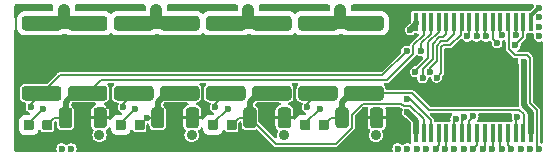
<source format=gbl>
G04 #@! TF.GenerationSoftware,KiCad,Pcbnew,7.0.9*
G04 #@! TF.CreationDate,2024-03-10T06:33:53+03:00*
G04 #@! TF.ProjectId,hellen1-mcz33810,68656c6c-656e-4312-9d6d-637a33333831,rev?*
G04 #@! TF.SameCoordinates,PX507d780PY4a62f80*
G04 #@! TF.FileFunction,Copper,L4,Bot*
G04 #@! TF.FilePolarity,Positive*
%FSLAX46Y46*%
G04 Gerber Fmt 4.6, Leading zero omitted, Abs format (unit mm)*
G04 Created by KiCad (PCBNEW 7.0.9) date 2024-03-10 06:33:53*
%MOMM*%
%LPD*%
G01*
G04 APERTURE LIST*
G04 #@! TA.AperFunction,ComponentPad*
%ADD10C,0.600000*%
G04 #@! TD*
G04 #@! TA.AperFunction,SMDPad,CuDef*
%ADD11R,0.200000X12.500000*%
G04 #@! TD*
G04 #@! TA.AperFunction,SMDPad,CuDef*
%ADD12R,3.300000X0.200000*%
G04 #@! TD*
G04 #@! TA.AperFunction,SMDPad,CuDef*
%ADD13R,3.500000X0.200000*%
G04 #@! TD*
G04 #@! TA.AperFunction,SMDPad,CuDef*
%ADD14R,6.000000X0.200000*%
G04 #@! TD*
G04 #@! TA.AperFunction,SMDPad,CuDef*
%ADD15R,26.600000X0.200000*%
G04 #@! TD*
G04 #@! TA.AperFunction,SMDPad,CuDef*
%ADD16R,15.400000X0.200000*%
G04 #@! TD*
G04 #@! TA.AperFunction,SMDPad,CuDef*
%ADD17R,0.200000X8.500000*%
G04 #@! TD*
G04 #@! TA.AperFunction,ComponentPad*
%ADD18C,1.000000*%
G04 #@! TD*
G04 #@! TA.AperFunction,SMDPad,CuDef*
%ADD19R,4.953000X4.953000*%
G04 #@! TD*
G04 #@! TA.AperFunction,SMDPad,CuDef*
%ADD20R,0.431800X1.600200*%
G04 #@! TD*
G04 #@! TA.AperFunction,ViaPad*
%ADD21C,0.600000*%
G04 #@! TD*
G04 #@! TA.AperFunction,ViaPad*
%ADD22C,0.900000*%
G04 #@! TD*
G04 #@! TA.AperFunction,Conductor*
%ADD23C,0.200000*%
G04 #@! TD*
G04 #@! TA.AperFunction,Conductor*
%ADD24C,0.500000*%
G04 #@! TD*
G04 #@! TA.AperFunction,Conductor*
%ADD25C,1.000000*%
G04 #@! TD*
G04 #@! TA.AperFunction,Conductor*
%ADD26C,0.350000*%
G04 #@! TD*
G04 APERTURE END LIST*
D10*
G04 #@! TO.P,M801,E1,OUT_INJ4*
G04 #@! TO.N,/OUT_INJ4*
X44450000Y9800000D03*
G04 #@! TO.P,M801,E2,OUT_INJ3*
G04 #@! TO.N,/OUT_INJ3*
X44450000Y10600000D03*
G04 #@! TO.P,M801,E3,OUT_INJ1*
G04 #@! TO.N,/OUT_INJ1*
X44450000Y11400000D03*
G04 #@! TO.P,M801,E4,OUT_INJ2*
G04 #@! TO.N,/OUT_INJ2*
X44450000Y12200000D03*
D11*
G04 #@! TO.P,M801,G,GND*
G04 #@! TO.N,GND*
X100000Y6250000D03*
D12*
X1650000Y12400000D03*
D13*
X1750000Y100000D03*
D14*
X8100000Y12400000D03*
X15900000Y12400000D03*
D15*
X18650000Y100000D03*
D14*
X23700000Y12400000D03*
D16*
X36250000Y12400000D03*
D17*
X44650000Y5050000D03*
D18*
G04 #@! TO.P,M801,N1,OUT_IGN1*
G04 #@! TO.N,/OUT_IGN1*
X4200000Y12000000D03*
G04 #@! TO.P,M801,N2,OUT_IGN2*
G04 #@! TO.N,/OUT_IGN2*
X12000000Y12000000D03*
G04 #@! TO.P,M801,N3,OUT_IGN3*
G04 #@! TO.N,/OUT_IGN3*
X19800000Y12000000D03*
G04 #@! TO.P,M801,N4,OUT_IGN4*
G04 #@! TO.N,/OUT_IGN4*
X27600000Y12000000D03*
D10*
G04 #@! TO.P,M801,S1,INJ4*
G04 #@! TO.N,/INJ4*
X44450000Y300000D03*
G04 #@! TO.P,M801,S2,INJ3*
G04 #@! TO.N,/INJ3*
X43650000Y300000D03*
G04 #@! TO.P,M801,S3,INJ2*
G04 #@! TO.N,/INJ2*
X42850000Y300000D03*
G04 #@! TO.P,M801,S4,~SPKDUR*
G04 #@! TO.N,/~SPKDUR*
X42050000Y300000D03*
G04 #@! TO.P,M801,S5,IGN4*
G04 #@! TO.N,/IGN4*
X41250000Y300000D03*
G04 #@! TO.P,M801,S6,IGN3*
G04 #@! TO.N,/IGN3*
X40450000Y300000D03*
G04 #@! TO.P,M801,S7,IGN2*
G04 #@! TO.N,/IGN2*
X39650000Y300000D03*
G04 #@! TO.P,M801,S8,IGN1*
G04 #@! TO.N,/IGN1*
X38850000Y300000D03*
G04 #@! TO.P,M801,S9,INJ1*
G04 #@! TO.N,/INJ1*
X38050000Y300000D03*
G04 #@! TO.P,M801,S10,~OUTEN*
G04 #@! TO.N,/~OUTEN*
X37250000Y300000D03*
G04 #@! TO.P,M801,S11,NOMI*
G04 #@! TO.N,/NOMI*
X36450000Y300000D03*
G04 #@! TO.P,M801,S12,MAXI*
G04 #@! TO.N,/MAXI*
X35650000Y300000D03*
G04 #@! TO.P,M801,S13,MISO*
G04 #@! TO.N,/MISO*
X34850000Y300000D03*
G04 #@! TO.P,M801,S14,MOSI*
G04 #@! TO.N,/MOSI*
X34050000Y300000D03*
G04 #@! TO.P,M801,S15,SCLK*
G04 #@! TO.N,/SCLK*
X33250000Y300000D03*
G04 #@! TO.P,M801,S16,~CS*
G04 #@! TO.N,/~CS*
X32450000Y300000D03*
G04 #@! TO.P,M801,S17,12V_IN*
G04 #@! TO.N,+12V*
X4800000Y300000D03*
G04 #@! TO.P,M801,S18,3V3_IN*
G04 #@! TO.N,+3V3*
X4000000Y300000D03*
G04 #@! TD*
D19*
G04 #@! TO.P,U801,33,GND*
G04 #@! TO.N,GND*
X38850000Y6300000D03*
D20*
G04 #@! TO.P,U801,32,OUT2*
G04 #@! TO.N,/OUT_INJ3*
X33973200Y1601000D03*
G04 #@! TO.P,U801,31,FB2*
G04 #@! TO.N,Net-(U801-FB2)*
X34633600Y1601000D03*
G04 #@! TO.P,U801,30,GD2*
G04 #@! TO.N,Net-(Q803-G)*
X35268600Y1601000D03*
G04 #@! TO.P,U801,29,MAXI*
G04 #@! TO.N,/MAXI*
X35929000Y1601000D03*
G04 #@! TO.P,U801,28,NOMI*
G04 #@! TO.N,/NOMI*
X36564000Y1601000D03*
G04 #@! TO.P,U801,27,RSN*
G04 #@! TO.N,Net-(U801-RSN)*
X37224400Y1601000D03*
G04 #@! TO.P,U801,26,RSP*
G04 #@! TO.N,Net-(U801-RSP)*
X37884800Y1601000D03*
G04 #@! TO.P,U801,25,VPWR*
G04 #@! TO.N,+12V*
X38519800Y1601000D03*
G04 #@! TO.P,U801,24,GIN0*
G04 #@! TO.N,/IGN1*
X39180200Y1601000D03*
G04 #@! TO.P,U801,23,GIN1*
G04 #@! TO.N,/IGN2*
X39815200Y1601000D03*
G04 #@! TO.P,U801,22,GIN2*
G04 #@! TO.N,/IGN3*
X40475600Y1601000D03*
G04 #@! TO.P,U801,21,GIN3*
G04 #@! TO.N,/IGN4*
X41136000Y1601000D03*
G04 #@! TO.P,U801,20,~SPKDUR*
G04 #@! TO.N,/~SPKDUR*
X41771000Y1601000D03*
G04 #@! TO.P,U801,19,GD3*
G04 #@! TO.N,Net-(Q804-G)*
X42431400Y1601000D03*
G04 #@! TO.P,U801,18,FB3*
G04 #@! TO.N,Net-(U801-FB3)*
X43066400Y1601000D03*
G04 #@! TO.P,U801,17,OUT3*
G04 #@! TO.N,/OUT_INJ4*
X43726800Y1601000D03*
G04 #@! TO.P,U801,16,OUT1*
G04 #@! TO.N,/OUT_INJ2*
X43726800Y10999000D03*
G04 #@! TO.P,U801,15,FB1*
G04 #@! TO.N,Net-(U801-FB1)*
X43066400Y10999000D03*
G04 #@! TO.P,U801,14,GD1*
G04 #@! TO.N,Net-(Q802-G)*
X42431400Y10999000D03*
G04 #@! TO.P,U801,13,DIN3*
G04 #@! TO.N,/INJ4*
X41771000Y10999000D03*
G04 #@! TO.P,U801,12,DIN2*
G04 #@! TO.N,/INJ3*
X41136000Y10999000D03*
G04 #@! TO.P,U801,11,DIN1*
G04 #@! TO.N,/INJ2*
X40475600Y10999000D03*
G04 #@! TO.P,U801,10,DIN0*
G04 #@! TO.N,/INJ1*
X39815200Y10999000D03*
G04 #@! TO.P,U801,9,~OUTEN*
G04 #@! TO.N,/~OUTEN*
X39180200Y10999000D03*
G04 #@! TO.P,U801,8,VDD*
G04 #@! TO.N,+3V3*
X38519800Y10999000D03*
G04 #@! TO.P,U801,7,SO*
G04 #@! TO.N,/MISO*
X37884800Y10999000D03*
G04 #@! TO.P,U801,6,SI*
G04 #@! TO.N,/MOSI*
X37224400Y10999000D03*
G04 #@! TO.P,U801,5,SCLK*
G04 #@! TO.N,/SCLK*
X36564000Y10999000D03*
G04 #@! TO.P,U801,4,~CS*
G04 #@! TO.N,/~CS*
X35929000Y10999000D03*
G04 #@! TO.P,U801,3,GD0*
G04 #@! TO.N,Net-(Q801-G)*
X35268600Y10999000D03*
G04 #@! TO.P,U801,2,FB0*
G04 #@! TO.N,Net-(U801-FB0)*
X34633600Y10999000D03*
G04 #@! TO.P,U801,1,OUT0*
G04 #@! TO.N,/OUT_INJ1*
X33973200Y10999000D03*
G04 #@! TD*
G04 #@! TO.P,R817,1*
G04 #@! TO.N,/OUT_IGN4*
G04 #@! TA.AperFunction,SMDPad,CuDef*
G36*
G01*
X24275000Y11512500D02*
X27125000Y11512500D01*
G75*
G02*
X27375000Y11262500I0J-250000D01*
G01*
X27375000Y10537500D01*
G75*
G02*
X27125000Y10287500I-250000J0D01*
G01*
X24275000Y10287500D01*
G75*
G02*
X24025000Y10537500I0J250000D01*
G01*
X24025000Y11262500D01*
G75*
G02*
X24275000Y11512500I250000J0D01*
G01*
G37*
G04 #@! TD.AperFunction*
G04 #@! TO.P,R817,2*
G04 #@! TO.N,Net-(Q804-G)*
G04 #@! TA.AperFunction,SMDPad,CuDef*
G36*
G01*
X24275000Y5587500D02*
X27125000Y5587500D01*
G75*
G02*
X27375000Y5337500I0J-250000D01*
G01*
X27375000Y4612500D01*
G75*
G02*
X27125000Y4362500I-250000J0D01*
G01*
X24275000Y4362500D01*
G75*
G02*
X24025000Y4612500I0J250000D01*
G01*
X24025000Y5337500D01*
G75*
G02*
X24275000Y5587500I250000J0D01*
G01*
G37*
G04 #@! TD.AperFunction*
G04 #@! TD*
G04 #@! TO.P,R816,1*
G04 #@! TO.N,/OUT_IGN3*
G04 #@! TA.AperFunction,SMDPad,CuDef*
G36*
G01*
X16475000Y11512500D02*
X19325000Y11512500D01*
G75*
G02*
X19575000Y11262500I0J-250000D01*
G01*
X19575000Y10537500D01*
G75*
G02*
X19325000Y10287500I-250000J0D01*
G01*
X16475000Y10287500D01*
G75*
G02*
X16225000Y10537500I0J250000D01*
G01*
X16225000Y11262500D01*
G75*
G02*
X16475000Y11512500I250000J0D01*
G01*
G37*
G04 #@! TD.AperFunction*
G04 #@! TO.P,R816,2*
G04 #@! TO.N,Net-(Q803-G)*
G04 #@! TA.AperFunction,SMDPad,CuDef*
G36*
G01*
X16475000Y5587500D02*
X19325000Y5587500D01*
G75*
G02*
X19575000Y5337500I0J-250000D01*
G01*
X19575000Y4612500D01*
G75*
G02*
X19325000Y4362500I-250000J0D01*
G01*
X16475000Y4362500D01*
G75*
G02*
X16225000Y4612500I0J250000D01*
G01*
X16225000Y5337500D01*
G75*
G02*
X16475000Y5587500I250000J0D01*
G01*
G37*
G04 #@! TD.AperFunction*
G04 #@! TD*
G04 #@! TO.P,R815,1*
G04 #@! TO.N,/OUT_IGN2*
G04 #@! TA.AperFunction,SMDPad,CuDef*
G36*
G01*
X8675000Y11512500D02*
X11525000Y11512500D01*
G75*
G02*
X11775000Y11262500I0J-250000D01*
G01*
X11775000Y10537500D01*
G75*
G02*
X11525000Y10287500I-250000J0D01*
G01*
X8675000Y10287500D01*
G75*
G02*
X8425000Y10537500I0J250000D01*
G01*
X8425000Y11262500D01*
G75*
G02*
X8675000Y11512500I250000J0D01*
G01*
G37*
G04 #@! TD.AperFunction*
G04 #@! TO.P,R815,2*
G04 #@! TO.N,Net-(Q802-G)*
G04 #@! TA.AperFunction,SMDPad,CuDef*
G36*
G01*
X8675000Y5587500D02*
X11525000Y5587500D01*
G75*
G02*
X11775000Y5337500I0J-250000D01*
G01*
X11775000Y4612500D01*
G75*
G02*
X11525000Y4362500I-250000J0D01*
G01*
X8675000Y4362500D01*
G75*
G02*
X8425000Y4612500I0J250000D01*
G01*
X8425000Y5337500D01*
G75*
G02*
X8675000Y5587500I250000J0D01*
G01*
G37*
G04 #@! TD.AperFunction*
G04 #@! TD*
G04 #@! TO.P,R814,2*
G04 #@! TO.N,Net-(Q801-G)*
G04 #@! TA.AperFunction,SMDPad,CuDef*
G36*
G01*
X875000Y5587500D02*
X3725000Y5587500D01*
G75*
G02*
X3975000Y5337500I0J-250000D01*
G01*
X3975000Y4612500D01*
G75*
G02*
X3725000Y4362500I-250000J0D01*
G01*
X875000Y4362500D01*
G75*
G02*
X625000Y4612500I0J250000D01*
G01*
X625000Y5337500D01*
G75*
G02*
X875000Y5587500I250000J0D01*
G01*
G37*
G04 #@! TD.AperFunction*
G04 #@! TO.P,R814,1*
G04 #@! TO.N,/OUT_IGN1*
G04 #@! TA.AperFunction,SMDPad,CuDef*
G36*
G01*
X875000Y11512500D02*
X3725000Y11512500D01*
G75*
G02*
X3975000Y11262500I0J-250000D01*
G01*
X3975000Y10537500D01*
G75*
G02*
X3725000Y10287500I-250000J0D01*
G01*
X875000Y10287500D01*
G75*
G02*
X625000Y10537500I0J250000D01*
G01*
X625000Y11262500D01*
G75*
G02*
X875000Y11512500I250000J0D01*
G01*
G37*
G04 #@! TD.AperFunction*
G04 #@! TD*
G04 #@! TO.P,R813,2*
G04 #@! TO.N,GND*
G04 #@! TA.AperFunction,SMDPad,CuDef*
G36*
G01*
X30100000Y2275000D02*
X30100000Y3525000D01*
G75*
G02*
X30350000Y3775000I250000J0D01*
G01*
X30975000Y3775000D01*
G75*
G02*
X31225000Y3525000I0J-250000D01*
G01*
X31225000Y2275000D01*
G75*
G02*
X30975000Y2025000I-250000J0D01*
G01*
X30350000Y2025000D01*
G75*
G02*
X30100000Y2275000I0J250000D01*
G01*
G37*
G04 #@! TD.AperFunction*
G04 #@! TO.P,R813,1*
G04 #@! TO.N,Net-(U801-FB3)*
G04 #@! TA.AperFunction,SMDPad,CuDef*
G36*
G01*
X27175000Y2275000D02*
X27175000Y3525000D01*
G75*
G02*
X27425000Y3775000I250000J0D01*
G01*
X28050000Y3775000D01*
G75*
G02*
X28300000Y3525000I0J-250000D01*
G01*
X28300000Y2275000D01*
G75*
G02*
X28050000Y2025000I-250000J0D01*
G01*
X27425000Y2025000D01*
G75*
G02*
X27175000Y2275000I0J250000D01*
G01*
G37*
G04 #@! TD.AperFunction*
G04 #@! TD*
G04 #@! TO.P,R812,2*
G04 #@! TO.N,Net-(U801-FB3)*
G04 #@! TA.AperFunction,SMDPad,CuDef*
G36*
G01*
X28175000Y5587500D02*
X31025000Y5587500D01*
G75*
G02*
X31275000Y5337500I0J-250000D01*
G01*
X31275000Y4612500D01*
G75*
G02*
X31025000Y4362500I-250000J0D01*
G01*
X28175000Y4362500D01*
G75*
G02*
X27925000Y4612500I0J250000D01*
G01*
X27925000Y5337500D01*
G75*
G02*
X28175000Y5587500I250000J0D01*
G01*
G37*
G04 #@! TD.AperFunction*
G04 #@! TO.P,R812,1*
G04 #@! TO.N,/OUT_IGN4*
G04 #@! TA.AperFunction,SMDPad,CuDef*
G36*
G01*
X28175000Y11512500D02*
X31025000Y11512500D01*
G75*
G02*
X31275000Y11262500I0J-250000D01*
G01*
X31275000Y10537500D01*
G75*
G02*
X31025000Y10287500I-250000J0D01*
G01*
X28175000Y10287500D01*
G75*
G02*
X27925000Y10537500I0J250000D01*
G01*
X27925000Y11262500D01*
G75*
G02*
X28175000Y11512500I250000J0D01*
G01*
G37*
G04 #@! TD.AperFunction*
G04 #@! TD*
G04 #@! TO.P,R811,2*
G04 #@! TO.N,GND*
G04 #@! TA.AperFunction,SMDPad,CuDef*
G36*
G01*
X22300000Y2275000D02*
X22300000Y3525000D01*
G75*
G02*
X22550000Y3775000I250000J0D01*
G01*
X23175000Y3775000D01*
G75*
G02*
X23425000Y3525000I0J-250000D01*
G01*
X23425000Y2275000D01*
G75*
G02*
X23175000Y2025000I-250000J0D01*
G01*
X22550000Y2025000D01*
G75*
G02*
X22300000Y2275000I0J250000D01*
G01*
G37*
G04 #@! TD.AperFunction*
G04 #@! TO.P,R811,1*
G04 #@! TO.N,Net-(U801-FB2)*
G04 #@! TA.AperFunction,SMDPad,CuDef*
G36*
G01*
X19375000Y2275000D02*
X19375000Y3525000D01*
G75*
G02*
X19625000Y3775000I250000J0D01*
G01*
X20250000Y3775000D01*
G75*
G02*
X20500000Y3525000I0J-250000D01*
G01*
X20500000Y2275000D01*
G75*
G02*
X20250000Y2025000I-250000J0D01*
G01*
X19625000Y2025000D01*
G75*
G02*
X19375000Y2275000I0J250000D01*
G01*
G37*
G04 #@! TD.AperFunction*
G04 #@! TD*
G04 #@! TO.P,R810,1*
G04 #@! TO.N,/OUT_IGN3*
G04 #@! TA.AperFunction,SMDPad,CuDef*
G36*
G01*
X20375000Y11512500D02*
X23225000Y11512500D01*
G75*
G02*
X23475000Y11262500I0J-250000D01*
G01*
X23475000Y10537500D01*
G75*
G02*
X23225000Y10287500I-250000J0D01*
G01*
X20375000Y10287500D01*
G75*
G02*
X20125000Y10537500I0J250000D01*
G01*
X20125000Y11262500D01*
G75*
G02*
X20375000Y11512500I250000J0D01*
G01*
G37*
G04 #@! TD.AperFunction*
G04 #@! TO.P,R810,2*
G04 #@! TO.N,Net-(U801-FB2)*
G04 #@! TA.AperFunction,SMDPad,CuDef*
G36*
G01*
X20375000Y5587500D02*
X23225000Y5587500D01*
G75*
G02*
X23475000Y5337500I0J-250000D01*
G01*
X23475000Y4612500D01*
G75*
G02*
X23225000Y4362500I-250000J0D01*
G01*
X20375000Y4362500D01*
G75*
G02*
X20125000Y4612500I0J250000D01*
G01*
X20125000Y5337500D01*
G75*
G02*
X20375000Y5587500I250000J0D01*
G01*
G37*
G04 #@! TD.AperFunction*
G04 #@! TD*
G04 #@! TO.P,R809,2*
G04 #@! TO.N,GND*
G04 #@! TA.AperFunction,SMDPad,CuDef*
G36*
G01*
X14500000Y2275000D02*
X14500000Y3525000D01*
G75*
G02*
X14750000Y3775000I250000J0D01*
G01*
X15375000Y3775000D01*
G75*
G02*
X15625000Y3525000I0J-250000D01*
G01*
X15625000Y2275000D01*
G75*
G02*
X15375000Y2025000I-250000J0D01*
G01*
X14750000Y2025000D01*
G75*
G02*
X14500000Y2275000I0J250000D01*
G01*
G37*
G04 #@! TD.AperFunction*
G04 #@! TO.P,R809,1*
G04 #@! TO.N,Net-(U801-FB1)*
G04 #@! TA.AperFunction,SMDPad,CuDef*
G36*
G01*
X11575000Y2275000D02*
X11575000Y3525000D01*
G75*
G02*
X11825000Y3775000I250000J0D01*
G01*
X12450000Y3775000D01*
G75*
G02*
X12700000Y3525000I0J-250000D01*
G01*
X12700000Y2275000D01*
G75*
G02*
X12450000Y2025000I-250000J0D01*
G01*
X11825000Y2025000D01*
G75*
G02*
X11575000Y2275000I0J250000D01*
G01*
G37*
G04 #@! TD.AperFunction*
G04 #@! TD*
G04 #@! TO.P,R808,1*
G04 #@! TO.N,/OUT_IGN2*
G04 #@! TA.AperFunction,SMDPad,CuDef*
G36*
G01*
X12575000Y11512500D02*
X15425000Y11512500D01*
G75*
G02*
X15675000Y11262500I0J-250000D01*
G01*
X15675000Y10537500D01*
G75*
G02*
X15425000Y10287500I-250000J0D01*
G01*
X12575000Y10287500D01*
G75*
G02*
X12325000Y10537500I0J250000D01*
G01*
X12325000Y11262500D01*
G75*
G02*
X12575000Y11512500I250000J0D01*
G01*
G37*
G04 #@! TD.AperFunction*
G04 #@! TO.P,R808,2*
G04 #@! TO.N,Net-(U801-FB1)*
G04 #@! TA.AperFunction,SMDPad,CuDef*
G36*
G01*
X12575000Y5587500D02*
X15425000Y5587500D01*
G75*
G02*
X15675000Y5337500I0J-250000D01*
G01*
X15675000Y4612500D01*
G75*
G02*
X15425000Y4362500I-250000J0D01*
G01*
X12575000Y4362500D01*
G75*
G02*
X12325000Y4612500I0J250000D01*
G01*
X12325000Y5337500D01*
G75*
G02*
X12575000Y5587500I250000J0D01*
G01*
G37*
G04 #@! TD.AperFunction*
G04 #@! TD*
G04 #@! TO.P,R807,2*
G04 #@! TO.N,GND*
G04 #@! TA.AperFunction,SMDPad,CuDef*
G36*
G01*
X6700000Y2275000D02*
X6700000Y3525000D01*
G75*
G02*
X6950000Y3775000I250000J0D01*
G01*
X7575000Y3775000D01*
G75*
G02*
X7825000Y3525000I0J-250000D01*
G01*
X7825000Y2275000D01*
G75*
G02*
X7575000Y2025000I-250000J0D01*
G01*
X6950000Y2025000D01*
G75*
G02*
X6700000Y2275000I0J250000D01*
G01*
G37*
G04 #@! TD.AperFunction*
G04 #@! TO.P,R807,1*
G04 #@! TO.N,Net-(U801-FB0)*
G04 #@! TA.AperFunction,SMDPad,CuDef*
G36*
G01*
X3775000Y2275000D02*
X3775000Y3525000D01*
G75*
G02*
X4025000Y3775000I250000J0D01*
G01*
X4650000Y3775000D01*
G75*
G02*
X4900000Y3525000I0J-250000D01*
G01*
X4900000Y2275000D01*
G75*
G02*
X4650000Y2025000I-250000J0D01*
G01*
X4025000Y2025000D01*
G75*
G02*
X3775000Y2275000I0J250000D01*
G01*
G37*
G04 #@! TD.AperFunction*
G04 #@! TD*
G04 #@! TO.P,R806,2*
G04 #@! TO.N,Net-(U801-FB0)*
G04 #@! TA.AperFunction,SMDPad,CuDef*
G36*
G01*
X4775000Y5587500D02*
X7625000Y5587500D01*
G75*
G02*
X7875000Y5337500I0J-250000D01*
G01*
X7875000Y4612500D01*
G75*
G02*
X7625000Y4362500I-250000J0D01*
G01*
X4775000Y4362500D01*
G75*
G02*
X4525000Y4612500I0J250000D01*
G01*
X4525000Y5337500D01*
G75*
G02*
X4775000Y5587500I250000J0D01*
G01*
G37*
G04 #@! TD.AperFunction*
G04 #@! TO.P,R806,1*
G04 #@! TO.N,/OUT_IGN1*
G04 #@! TA.AperFunction,SMDPad,CuDef*
G36*
G01*
X4775000Y11512500D02*
X7625000Y11512500D01*
G75*
G02*
X7875000Y11262500I0J-250000D01*
G01*
X7875000Y10537500D01*
G75*
G02*
X7625000Y10287500I-250000J0D01*
G01*
X4775000Y10287500D01*
G75*
G02*
X4525000Y10537500I0J250000D01*
G01*
X4525000Y11262500D01*
G75*
G02*
X4775000Y11512500I250000J0D01*
G01*
G37*
G04 #@! TD.AperFunction*
G04 #@! TD*
G04 #@! TO.P,C809,2*
G04 #@! TO.N,Net-(U801-FB3)*
G04 #@! TA.AperFunction,SMDPad,CuDef*
G36*
G01*
X25765001Y1960000D02*
X25765001Y2640000D01*
G75*
G02*
X25850001Y2725000I85000J0D01*
G01*
X26530001Y2725000D01*
G75*
G02*
X26615001Y2640000I0J-85000D01*
G01*
X26615001Y1960000D01*
G75*
G02*
X26530001Y1875000I-85000J0D01*
G01*
X25850001Y1875000D01*
G75*
G02*
X25765001Y1960000I0J85000D01*
G01*
G37*
G04 #@! TD.AperFunction*
G04 #@! TO.P,C809,1*
G04 #@! TO.N,/OUT_IGN4*
G04 #@! TA.AperFunction,SMDPad,CuDef*
G36*
G01*
X24184999Y1960000D02*
X24184999Y2640000D01*
G75*
G02*
X24269999Y2725000I85000J0D01*
G01*
X24949999Y2725000D01*
G75*
G02*
X25034999Y2640000I0J-85000D01*
G01*
X25034999Y1960000D01*
G75*
G02*
X24949999Y1875000I-85000J0D01*
G01*
X24269999Y1875000D01*
G75*
G02*
X24184999Y1960000I0J85000D01*
G01*
G37*
G04 #@! TD.AperFunction*
G04 #@! TD*
G04 #@! TO.P,C808,2*
G04 #@! TO.N,Net-(U801-FB2)*
G04 #@! TA.AperFunction,SMDPad,CuDef*
G36*
G01*
X17965001Y1960000D02*
X17965001Y2640000D01*
G75*
G02*
X18050001Y2725000I85000J0D01*
G01*
X18730001Y2725000D01*
G75*
G02*
X18815001Y2640000I0J-85000D01*
G01*
X18815001Y1960000D01*
G75*
G02*
X18730001Y1875000I-85000J0D01*
G01*
X18050001Y1875000D01*
G75*
G02*
X17965001Y1960000I0J85000D01*
G01*
G37*
G04 #@! TD.AperFunction*
G04 #@! TO.P,C808,1*
G04 #@! TO.N,/OUT_IGN3*
G04 #@! TA.AperFunction,SMDPad,CuDef*
G36*
G01*
X16384999Y1960000D02*
X16384999Y2640000D01*
G75*
G02*
X16469999Y2725000I85000J0D01*
G01*
X17149999Y2725000D01*
G75*
G02*
X17234999Y2640000I0J-85000D01*
G01*
X17234999Y1960000D01*
G75*
G02*
X17149999Y1875000I-85000J0D01*
G01*
X16469999Y1875000D01*
G75*
G02*
X16384999Y1960000I0J85000D01*
G01*
G37*
G04 #@! TD.AperFunction*
G04 #@! TD*
G04 #@! TO.P,C807,2*
G04 #@! TO.N,Net-(U801-FB1)*
G04 #@! TA.AperFunction,SMDPad,CuDef*
G36*
G01*
X10165001Y1960000D02*
X10165001Y2640000D01*
G75*
G02*
X10250001Y2725000I85000J0D01*
G01*
X10930001Y2725000D01*
G75*
G02*
X11015001Y2640000I0J-85000D01*
G01*
X11015001Y1960000D01*
G75*
G02*
X10930001Y1875000I-85000J0D01*
G01*
X10250001Y1875000D01*
G75*
G02*
X10165001Y1960000I0J85000D01*
G01*
G37*
G04 #@! TD.AperFunction*
G04 #@! TO.P,C807,1*
G04 #@! TO.N,/OUT_IGN2*
G04 #@! TA.AperFunction,SMDPad,CuDef*
G36*
G01*
X8584999Y1960000D02*
X8584999Y2640000D01*
G75*
G02*
X8669999Y2725000I85000J0D01*
G01*
X9349999Y2725000D01*
G75*
G02*
X9434999Y2640000I0J-85000D01*
G01*
X9434999Y1960000D01*
G75*
G02*
X9349999Y1875000I-85000J0D01*
G01*
X8669999Y1875000D01*
G75*
G02*
X8584999Y1960000I0J85000D01*
G01*
G37*
G04 #@! TD.AperFunction*
G04 #@! TD*
G04 #@! TO.P,C806,2*
G04 #@! TO.N,Net-(U801-FB0)*
G04 #@! TA.AperFunction,SMDPad,CuDef*
G36*
G01*
X2365001Y1960000D02*
X2365001Y2640000D01*
G75*
G02*
X2450001Y2725000I85000J0D01*
G01*
X3130001Y2725000D01*
G75*
G02*
X3215001Y2640000I0J-85000D01*
G01*
X3215001Y1960000D01*
G75*
G02*
X3130001Y1875000I-85000J0D01*
G01*
X2450001Y1875000D01*
G75*
G02*
X2365001Y1960000I0J85000D01*
G01*
G37*
G04 #@! TD.AperFunction*
G04 #@! TO.P,C806,1*
G04 #@! TO.N,/OUT_IGN1*
G04 #@! TA.AperFunction,SMDPad,CuDef*
G36*
G01*
X784999Y1960000D02*
X784999Y2640000D01*
G75*
G02*
X869999Y2725000I85000J0D01*
G01*
X1549999Y2725000D01*
G75*
G02*
X1634999Y2640000I0J-85000D01*
G01*
X1634999Y1960000D01*
G75*
G02*
X1549999Y1875000I-85000J0D01*
G01*
X869999Y1875000D01*
G75*
G02*
X784999Y1960000I0J85000D01*
G01*
G37*
G04 #@! TD.AperFunction*
G04 #@! TD*
D21*
G04 #@! TO.N,GND*
X40000000Y7900000D03*
X37250000Y4700000D03*
X13350000Y3650000D03*
X32300000Y11050000D03*
X31800000Y850000D03*
X32050000Y3200000D03*
G04 #@! TO.N,/OUT_INJ1*
X33513650Y10350000D03*
G04 #@! TO.N,GND*
X33312602Y11864640D03*
X39587686Y2869910D03*
X28650000Y550000D03*
X16050000Y550000D03*
X6765987Y440800D03*
X2800000Y550000D03*
X799659Y549490D03*
X8143526Y12057988D03*
X15942120Y12058927D03*
X23777984Y12072360D03*
X44200000Y4400000D03*
G04 #@! TO.N,/OUT_INJ4*
X43100000Y7650000D03*
G04 #@! TO.N,/OUT_INJ3*
X33268688Y3352808D03*
G04 #@! TO.N,GND*
X43073372Y8750000D03*
X41866117Y6216117D03*
X40950000Y6550000D03*
X41850000Y4200000D03*
X39850000Y4400000D03*
X36950000Y8250000D03*
X38850000Y6300000D03*
X41759336Y2945147D03*
X34897194Y4598129D03*
X36549774Y3023488D03*
X29700000Y3549500D03*
X23500000Y8800000D03*
X15600000Y8300000D03*
X724093Y12200000D03*
X8000000Y8300000D03*
X3950000Y1300000D03*
X8000000Y3900000D03*
X6000000Y3800000D03*
X16100000Y3500000D03*
X24000000Y3900000D03*
X21467947Y3625679D03*
G04 #@! TO.N,Net-(U801-FB1)*
X11190001Y2900000D03*
X42393323Y9066287D03*
G04 #@! TO.N,Net-(Q802-G)*
X42463518Y9914300D03*
G04 #@! TO.N,Net-(Q801-G)*
X34450000Y8550000D03*
X33200500Y8550000D03*
G04 #@! TO.N,Net-(Q803-G)*
X33256041Y4451808D03*
G04 #@! TO.N,Net-(Q804-G)*
X42550000Y3000000D03*
G04 #@! TO.N,/~CS*
X33950000Y6800000D03*
G04 #@! TO.N,/SCLK*
X34550000Y6300000D03*
G04 #@! TO.N,/MOSI*
X35161043Y6790500D03*
G04 #@! TO.N,/MISO*
X35750000Y6309500D03*
G04 #@! TO.N,Net-(U801-RSN)*
X37362049Y2799620D03*
G04 #@! TO.N,Net-(U801-RSP)*
X38083307Y3005265D03*
G04 #@! TO.N,+3V3*
X38350000Y9800000D03*
G04 #@! TO.N,/~OUTEN*
X39150000Y9800000D03*
G04 #@! TO.N,/INJ1*
X39899978Y9793873D03*
G04 #@! TO.N,/INJ2*
X40859500Y9226002D03*
G04 #@! TO.N,/INJ3*
X41240162Y9872222D03*
G04 #@! TO.N,+12V*
X38850000Y3024000D03*
D22*
G04 #@! TO.N,Net-(Q801-E)*
X30600000Y1425500D03*
X22800000Y1425500D03*
X15000000Y1425500D03*
X7200000Y1425500D03*
D21*
G04 #@! TO.N,Net-(Q804-G)*
X24800000Y3800000D03*
G04 #@! TO.N,/OUT_IGN4*
X25846804Y3660002D03*
G04 #@! TO.N,Net-(Q803-G)*
X17000000Y3800000D03*
G04 #@! TO.N,/OUT_IGN3*
X18046804Y3660002D03*
G04 #@! TO.N,Net-(Q802-G)*
X9200000Y3800000D03*
G04 #@! TO.N,/OUT_IGN2*
X10246804Y3660002D03*
G04 #@! TO.N,Net-(Q801-G)*
X1400000Y3800000D03*
G04 #@! TO.N,/OUT_IGN1*
X2446804Y3660002D03*
G04 #@! TD*
D23*
G04 #@! TO.N,/INJ4*
X44226800Y523200D02*
X44450000Y300000D01*
X44226800Y3545381D02*
X44226800Y523200D01*
X43650000Y4122182D02*
X44226800Y3545381D01*
X43650000Y7977818D02*
X43650000Y4122182D01*
X43427818Y8200000D02*
X43650000Y7977818D01*
X42400000Y8200000D02*
X43427818Y8200000D01*
X41835839Y8764161D02*
X42400000Y8200000D01*
X41835839Y10934161D02*
X41835839Y8764161D01*
X41771000Y10999000D02*
X41835839Y10934161D01*
D24*
G04 #@! TO.N,/OUT_INJ4*
X43726800Y1601000D02*
X43726800Y3338275D01*
X43726800Y3338275D02*
X43100000Y3965075D01*
X43100000Y3965075D02*
X43100000Y7650000D01*
D23*
G04 #@! TO.N,Net-(Q802-G)*
X42431400Y9946418D02*
X42463518Y9914300D01*
G04 #@! TO.N,Net-(U801-FB1)*
X43066400Y10999000D02*
X43066400Y9739364D01*
G04 #@! TO.N,Net-(Q802-G)*
X42431400Y10999000D02*
X42431400Y9946418D01*
G04 #@! TO.N,Net-(U801-FB1)*
X43066400Y9739364D02*
X42393323Y9066287D01*
G04 #@! TO.N,Net-(U801-FB2)*
X22137500Y700000D02*
X19937500Y2900000D01*
X27189034Y700000D02*
X22137500Y700000D01*
X28550000Y2060966D02*
X27189034Y700000D01*
X28550000Y3177318D02*
X28550000Y2060966D01*
X29472182Y4099500D02*
X28550000Y3177318D01*
X32944554Y3902308D02*
X32747362Y4099500D01*
X32747362Y4099500D02*
X29472182Y4099500D01*
X33521835Y3902308D02*
X32944554Y3902308D01*
X34633600Y2790543D02*
X33521835Y3902308D01*
X34633600Y1601000D02*
X34633600Y2790543D01*
G04 #@! TO.N,Net-(U801-FB3)*
X43100000Y1634600D02*
X43066400Y1601000D01*
X43100000Y3227818D02*
X43100000Y1634600D01*
X29626808Y5001808D02*
X33645247Y5001808D01*
X33645247Y5001808D02*
X35073555Y3573500D01*
X29600000Y4975000D02*
X29626808Y5001808D01*
X35073555Y3573500D02*
X42754318Y3573500D01*
X42754318Y3573500D02*
X43100000Y3227818D01*
G04 #@! TO.N,Net-(Q801-G)*
X2300000Y4975000D02*
X3825000Y6500000D01*
X3825000Y6500000D02*
X31150500Y6500000D01*
X31150500Y6500000D02*
X33200500Y8550000D01*
G04 #@! TO.N,Net-(U801-FB0)*
X33750000Y9027818D02*
X34633600Y9911418D01*
X31527818Y6100000D02*
X33750000Y8322182D01*
X33750000Y8322182D02*
X33750000Y9027818D01*
X7325000Y6100000D02*
X31527818Y6100000D01*
X6200000Y4975000D02*
X7325000Y6100000D01*
X34633600Y9911418D02*
X34633600Y10999000D01*
D25*
G04 #@! TO.N,/OUT_IGN4*
X29600000Y10900000D02*
X27600000Y10900000D01*
X27600000Y10900000D02*
X27600000Y12000000D01*
X25700000Y10900000D02*
X27600000Y10900000D01*
G04 #@! TO.N,/OUT_IGN3*
X21800000Y10900000D02*
X19800000Y10900000D01*
X19800000Y10900000D02*
X19800000Y12000000D01*
X17900000Y10900000D02*
X19800000Y10900000D01*
G04 #@! TO.N,/OUT_IGN2*
X14000000Y10900000D02*
X12000000Y10900000D01*
X12000000Y10900000D02*
X12000000Y12000000D01*
X10100000Y10900000D02*
X12000000Y10900000D01*
G04 #@! TO.N,/OUT_IGN1*
X2300000Y10900000D02*
X4200000Y10900000D01*
X4200000Y10900000D02*
X4200000Y12000000D01*
X6200000Y10900000D02*
X4200000Y10900000D01*
D23*
G04 #@! TO.N,/MOSI*
X37224400Y9998900D02*
X37224400Y10999000D01*
X35752476Y7712528D02*
X35752476Y9012528D01*
X35161043Y6790500D02*
X35161043Y7121095D01*
X35752476Y9012528D02*
X36116448Y9376500D01*
X36602000Y9376500D02*
X37224400Y9998900D01*
X35161043Y7121095D02*
X35752476Y7712528D01*
X36116448Y9376500D02*
X36602000Y9376500D01*
D24*
G04 #@! TO.N,/OUT_INJ3*
X33973200Y2648296D02*
X33973200Y1601000D01*
X33268688Y3352808D02*
X33973200Y2648296D01*
G04 #@! TO.N,/OUT_INJ1*
X33973200Y10999000D02*
X33973200Y10809550D01*
X33973200Y10809550D02*
X33513650Y10350000D01*
D23*
G04 #@! TO.N,Net-(Q801-G)*
X34450000Y9194974D02*
X34450000Y8550000D01*
X35268600Y10013574D02*
X34450000Y9194974D01*
X35268600Y10999000D02*
X35268600Y10013574D01*
G04 #@! TO.N,/~CS*
X33950000Y6900000D02*
X33950000Y6800000D01*
X35052476Y8002476D02*
X33950000Y6900000D01*
X35052476Y9302476D02*
X35052476Y8002476D01*
X35929000Y10179000D02*
X35052476Y9302476D01*
X35929000Y10999000D02*
X35929000Y10179000D01*
G04 #@! TO.N,/SCLK*
X34550000Y7005026D02*
X34550000Y6300000D01*
X35402476Y7857502D02*
X34550000Y7005026D01*
X35402476Y9157502D02*
X35402476Y7857502D01*
X35971474Y9726500D02*
X35402476Y9157502D01*
X36564000Y10999000D02*
X36564000Y9998900D01*
X36564000Y9998900D02*
X36291600Y9726500D01*
X36291600Y9726500D02*
X35971474Y9726500D01*
G04 #@! TO.N,/MISO*
X36102476Y6661976D02*
X35750000Y6309500D01*
X36102476Y8867554D02*
X36102476Y6661976D01*
X36876500Y9026500D02*
X36261422Y9026500D01*
X37800000Y9950000D02*
X36876500Y9026500D01*
X37884800Y10999000D02*
X37800000Y10914200D01*
X37800000Y10914200D02*
X37800000Y9950000D01*
X36261422Y9026500D02*
X36102476Y8867554D01*
D26*
G04 #@! TO.N,/OUT_INJ2*
X44366116Y12200000D02*
X44450000Y12200000D01*
X43726800Y10999000D02*
X43726800Y11560684D01*
X43726800Y11560684D02*
X44366116Y12200000D01*
D23*
G04 #@! TO.N,+12V*
X38519800Y2601100D02*
X38519800Y1601000D01*
X38850000Y3024000D02*
X38850000Y2931300D01*
X38850000Y2931300D02*
X38519800Y2601100D01*
G04 #@! TO.N,Net-(Q803-G)*
X35268600Y2683480D02*
X35268600Y1601000D01*
X33500272Y4451808D02*
X35268600Y2683480D01*
X33256041Y4451808D02*
X33500272Y4451808D01*
G04 #@! TO.N,Net-(Q804-G)*
X42431400Y2881400D02*
X42550000Y3000000D01*
X42431400Y1601000D02*
X42431400Y2881400D01*
G04 #@! TO.N,Net-(U801-RSN)*
X37224400Y2661971D02*
X37362049Y2799620D01*
X37224400Y1601000D02*
X37224400Y2661971D01*
G04 #@! TO.N,Net-(U801-RSP)*
X38083307Y2799607D02*
X38083307Y3005265D01*
X37884800Y2601100D02*
X38083307Y2799607D01*
X37884800Y1601000D02*
X37884800Y2601100D01*
G04 #@! TO.N,+3V3*
X38519800Y9969800D02*
X38350000Y9800000D01*
X38519800Y10999000D02*
X38519800Y9969800D01*
X38549000Y10999000D02*
X38550000Y11000000D01*
X38519800Y10999000D02*
X38549000Y10999000D01*
G04 #@! TO.N,/NOMI*
X36564000Y414000D02*
X36450000Y300000D01*
X36564000Y1601000D02*
X36564000Y414000D01*
G04 #@! TO.N,/MAXI*
X35929000Y579000D02*
X35650000Y300000D01*
X35929000Y1601000D02*
X35929000Y579000D01*
G04 #@! TO.N,/~OUTEN*
X39180200Y9830200D02*
X39150000Y9800000D01*
X39180200Y10999000D02*
X39180200Y9830200D01*
G04 #@! TO.N,/INJ1*
X39815200Y9878651D02*
X39899978Y9793873D01*
X39815200Y10999000D02*
X39815200Y9878651D01*
G04 #@! TO.N,/INJ2*
X40475600Y10999000D02*
X40475600Y9609902D01*
X40475600Y9609902D02*
X40859500Y9226002D01*
G04 #@! TO.N,/INJ3*
X41136000Y10999000D02*
X41136000Y9976384D01*
X41136000Y9976384D02*
X41240162Y9872222D01*
G04 #@! TO.N,/IGN3*
X40475600Y1601000D02*
X40475600Y325600D01*
X40475600Y325600D02*
X40450000Y300000D01*
G04 #@! TO.N,/~SPKDUR*
X41771000Y579000D02*
X42050000Y300000D01*
X41771000Y1601000D02*
X41771000Y579000D01*
G04 #@! TO.N,/IGN4*
X41136000Y414000D02*
X41250000Y300000D01*
X41136000Y1601000D02*
X41136000Y414000D01*
G04 #@! TO.N,/IGN1*
X39180200Y630194D02*
X38850003Y299997D01*
X39180200Y1601000D02*
X39180200Y630194D01*
G04 #@! TO.N,/IGN2*
X39815200Y1601000D02*
X39815200Y465200D01*
X39815200Y465200D02*
X39650000Y300000D01*
G04 #@! TO.N,Net-(U801-FB3)*
X26790001Y2900000D02*
X27737500Y2900000D01*
X26190001Y2300000D02*
X26790001Y2900000D01*
G04 #@! TO.N,/OUT_IGN4*
X24609999Y2300000D02*
X24609999Y2423197D01*
X24609999Y2423197D02*
X25846804Y3660002D01*
D24*
G04 #@! TO.N,Net-(U801-FB3)*
X27737500Y4237500D02*
X27737500Y2900000D01*
X28475000Y4975000D02*
X27737500Y4237500D01*
X29600000Y4975000D02*
X28475000Y4975000D01*
D23*
G04 #@! TO.N,Net-(Q804-G)*
X24800000Y3800000D02*
X24800000Y4075000D01*
X24800000Y4075000D02*
X25700000Y4975000D01*
G04 #@! TO.N,Net-(U801-FB2)*
X18990001Y2900000D02*
X19937500Y2900000D01*
X18390001Y2300000D02*
X18990001Y2900000D01*
G04 #@! TO.N,/OUT_IGN3*
X16809999Y2300000D02*
X16809999Y2423197D01*
X16809999Y2423197D02*
X18046804Y3660002D01*
D24*
G04 #@! TO.N,Net-(U801-FB2)*
X19937500Y4237500D02*
X19937500Y2900000D01*
X20675000Y4975000D02*
X19937500Y4237500D01*
X21800000Y4975000D02*
X20675000Y4975000D01*
D23*
G04 #@! TO.N,Net-(Q803-G)*
X17000000Y3800000D02*
X17000000Y4075000D01*
X17000000Y4075000D02*
X17900000Y4975000D01*
G04 #@! TO.N,Net-(U801-FB1)*
X11190001Y2900000D02*
X12137500Y2900000D01*
X10590001Y2300000D02*
X11190001Y2900000D01*
G04 #@! TO.N,/OUT_IGN2*
X9009999Y2300000D02*
X9009999Y2423197D01*
X9009999Y2423197D02*
X10246804Y3660002D01*
D24*
G04 #@! TO.N,Net-(U801-FB1)*
X12137500Y4237500D02*
X12137500Y2900000D01*
X12875000Y4975000D02*
X12137500Y4237500D01*
X14000000Y4975000D02*
X12875000Y4975000D01*
D23*
G04 #@! TO.N,Net-(Q802-G)*
X9200000Y3800000D02*
X9200000Y4075000D01*
X9200000Y4075000D02*
X10100000Y4975000D01*
G04 #@! TO.N,Net-(U801-FB0)*
X3390001Y2900000D02*
X4337500Y2900000D01*
X2790001Y2300000D02*
X3390001Y2900000D01*
D24*
X4337500Y4237500D02*
X4337500Y2900000D01*
X5075000Y4975000D02*
X4337500Y4237500D01*
X6200000Y4975000D02*
X5075000Y4975000D01*
D23*
G04 #@! TO.N,Net-(Q801-G)*
X1400000Y3800000D02*
X1400000Y4075000D01*
X1400000Y4075000D02*
X2300000Y4975000D01*
G04 #@! TO.N,/OUT_IGN1*
X1209999Y2423197D02*
X2446804Y3660002D01*
X1209999Y2300000D02*
X1209999Y2423197D01*
G04 #@! TD*
G04 #@! TA.AperFunction,Conductor*
G04 #@! TO.N,GND*
G36*
X43965612Y12479815D02*
G01*
X44011367Y12427011D01*
X44021311Y12357853D01*
X44015161Y12336908D01*
X44015797Y12336721D01*
X44013604Y12329256D01*
X44012238Y12326956D01*
X44011369Y12323993D01*
X44009621Y12320165D01*
X44008510Y12320673D01*
X43982313Y12276526D01*
X43691707Y11985918D01*
X43630387Y11952434D01*
X43604028Y11949600D01*
X43496078Y11949600D01*
X43452176Y11940868D01*
X43444052Y11937502D01*
X43374583Y11930033D01*
X43349148Y11937502D01*
X43341023Y11940868D01*
X43297122Y11949600D01*
X43297120Y11949600D01*
X42835680Y11949600D01*
X42835678Y11949600D01*
X42779800Y11938485D01*
X42779313Y11940931D01*
X42726875Y11935296D01*
X42711843Y11939710D01*
X42662122Y11949600D01*
X42662120Y11949600D01*
X42200680Y11949600D01*
X42200678Y11949600D01*
X42156776Y11940868D01*
X42148652Y11937502D01*
X42079183Y11930033D01*
X42053748Y11937502D01*
X42045623Y11940868D01*
X42001722Y11949600D01*
X42001720Y11949600D01*
X41540280Y11949600D01*
X41540278Y11949600D01*
X41484400Y11938485D01*
X41483913Y11940931D01*
X41431475Y11935296D01*
X41416443Y11939710D01*
X41366722Y11949600D01*
X41366720Y11949600D01*
X40905280Y11949600D01*
X40905278Y11949600D01*
X40861376Y11940868D01*
X40853252Y11937502D01*
X40783783Y11930033D01*
X40758348Y11937502D01*
X40750223Y11940868D01*
X40706322Y11949600D01*
X40706320Y11949600D01*
X40244880Y11949600D01*
X40244878Y11949600D01*
X40200976Y11940868D01*
X40192852Y11937502D01*
X40123383Y11930033D01*
X40097948Y11937502D01*
X40089823Y11940868D01*
X40045922Y11949600D01*
X40045920Y11949600D01*
X39584480Y11949600D01*
X39584478Y11949600D01*
X39528600Y11938485D01*
X39528113Y11940931D01*
X39475675Y11935296D01*
X39460643Y11939710D01*
X39410922Y11949600D01*
X39410920Y11949600D01*
X38949480Y11949600D01*
X38949478Y11949600D01*
X38905576Y11940868D01*
X38897452Y11937502D01*
X38827983Y11930033D01*
X38802548Y11937502D01*
X38794423Y11940868D01*
X38750522Y11949600D01*
X38750520Y11949600D01*
X38289080Y11949600D01*
X38289078Y11949600D01*
X38233200Y11938485D01*
X38232713Y11940931D01*
X38180275Y11935296D01*
X38165243Y11939710D01*
X38115522Y11949600D01*
X38115520Y11949600D01*
X37654080Y11949600D01*
X37654078Y11949600D01*
X37610176Y11940868D01*
X37602052Y11937502D01*
X37532583Y11930033D01*
X37507148Y11937502D01*
X37499023Y11940868D01*
X37455122Y11949600D01*
X37455120Y11949600D01*
X36993680Y11949600D01*
X36993678Y11949600D01*
X36949776Y11940868D01*
X36941652Y11937502D01*
X36872183Y11930033D01*
X36846748Y11937502D01*
X36838623Y11940868D01*
X36794722Y11949600D01*
X36794720Y11949600D01*
X36333280Y11949600D01*
X36333278Y11949600D01*
X36277400Y11938485D01*
X36276913Y11940931D01*
X36224475Y11935296D01*
X36209443Y11939710D01*
X36159722Y11949600D01*
X36159720Y11949600D01*
X35698280Y11949600D01*
X35698278Y11949600D01*
X35654376Y11940868D01*
X35646252Y11937502D01*
X35576783Y11930033D01*
X35551348Y11937502D01*
X35543223Y11940868D01*
X35499322Y11949600D01*
X35499320Y11949600D01*
X35037880Y11949600D01*
X35037878Y11949600D01*
X34982000Y11938485D01*
X34981513Y11940931D01*
X34929075Y11935296D01*
X34914043Y11939710D01*
X34864322Y11949600D01*
X34864320Y11949600D01*
X34402880Y11949600D01*
X34402878Y11949600D01*
X34358976Y11940868D01*
X34350852Y11937502D01*
X34281383Y11930033D01*
X34255948Y11937502D01*
X34247823Y11940868D01*
X34203922Y11949600D01*
X34203920Y11949600D01*
X33742480Y11949600D01*
X33742478Y11949600D01*
X33698582Y11940869D01*
X33698575Y11940866D01*
X33648796Y11907605D01*
X33648795Y11907604D01*
X33615534Y11857825D01*
X33615531Y11857818D01*
X33606800Y11813923D01*
X33606800Y11191847D01*
X33593285Y11135552D01*
X33587553Y11124304D01*
X33587553Y11124303D01*
X33572700Y11030525D01*
X33572700Y11026806D01*
X33553015Y10959767D01*
X33536381Y10939125D01*
X33451306Y10854051D01*
X33398886Y10801630D01*
X33346144Y10770336D01*
X33324581Y10764004D01*
X33324580Y10764004D01*
X33215600Y10693967D01*
X33130768Y10596063D01*
X33130767Y10596062D01*
X33076952Y10478226D01*
X33058517Y10350000D01*
X33076952Y10221775D01*
X33113251Y10142293D01*
X33130768Y10103937D01*
X33215601Y10006033D01*
X33324581Y9935996D01*
X33351044Y9928226D01*
X33448875Y9899501D01*
X33448877Y9899500D01*
X33448878Y9899500D01*
X33578423Y9899500D01*
X33578423Y9899501D01*
X33702719Y9935996D01*
X33811699Y10006033D01*
X33811705Y10006041D01*
X33818399Y10011839D01*
X33819339Y10010754D01*
X33870107Y10043378D01*
X33905039Y10048400D01*
X34116960Y10048400D01*
X34183999Y10028715D01*
X34229754Y9975911D01*
X34239698Y9906753D01*
X34210673Y9843197D01*
X34204641Y9836719D01*
X33598955Y9231035D01*
X33580169Y9215617D01*
X33569403Y9208424D01*
X33569399Y9208419D01*
X33535378Y9157502D01*
X33514033Y9125560D01*
X33514033Y9125559D01*
X33503255Y9071375D01*
X33470869Y9009465D01*
X33410153Y8974891D01*
X33346704Y8976590D01*
X33335291Y8979941D01*
X33265272Y9000500D01*
X33135728Y9000500D01*
X33135726Y9000500D01*
X33011435Y8964006D01*
X33011432Y8964005D01*
X33011431Y8964004D01*
X32971063Y8938061D01*
X32902450Y8893967D01*
X32817618Y8796063D01*
X32817617Y8796062D01*
X32763802Y8678226D01*
X32745367Y8550000D01*
X32745367Y8549998D01*
X32749213Y8523244D01*
X32739268Y8454085D01*
X32714156Y8417918D01*
X31083059Y6786819D01*
X31021736Y6753334D01*
X30995378Y6750500D01*
X3861891Y6750500D01*
X3837699Y6752883D01*
X3825001Y6755409D01*
X3825000Y6755409D01*
X3727260Y6735966D01*
X3676815Y6702260D01*
X3644399Y6680602D01*
X3637203Y6669832D01*
X3621786Y6651049D01*
X2745057Y5774319D01*
X2683734Y5740834D01*
X2657376Y5738000D01*
X843482Y5738000D01*
X762519Y5725177D01*
X749696Y5723146D01*
X636658Y5665550D01*
X636657Y5665549D01*
X636652Y5665546D01*
X546954Y5575848D01*
X546951Y5575843D01*
X489352Y5462802D01*
X474500Y5369025D01*
X474500Y4580983D01*
X485292Y4512843D01*
X489354Y4487196D01*
X546950Y4374158D01*
X546952Y4374156D01*
X546954Y4374153D01*
X636652Y4284455D01*
X636654Y4284454D01*
X636658Y4284450D01*
X749694Y4226855D01*
X749698Y4226853D01*
X843475Y4212001D01*
X843481Y4212000D01*
X899951Y4212001D01*
X966989Y4192318D01*
X1012745Y4139514D01*
X1022689Y4070356D01*
X1012745Y4036490D01*
X963303Y3928228D01*
X963302Y3928227D01*
X944867Y3800000D01*
X963302Y3671775D01*
X996597Y3598871D01*
X1017118Y3553937D01*
X1101951Y3456033D01*
X1210931Y3385996D01*
X1210934Y3385995D01*
X1210936Y3385994D01*
X1219003Y3382309D01*
X1217962Y3380031D01*
X1265563Y3349445D01*
X1294594Y3285892D01*
X1284657Y3216733D01*
X1259541Y3180555D01*
X1240808Y3161821D01*
X1179487Y3128335D01*
X1153126Y3125501D01*
X823559Y3125501D01*
X823549Y3125500D01*
X765735Y3119286D01*
X765732Y3119285D01*
X634927Y3070496D01*
X634926Y3070495D01*
X523166Y2986833D01*
X439505Y2875074D01*
X439503Y2875070D01*
X439503Y2875069D01*
X390714Y2744263D01*
X390713Y2744260D01*
X384498Y2686461D01*
X384498Y1913560D01*
X384499Y1913551D01*
X390713Y1855737D01*
X390714Y1855734D01*
X439503Y1724929D01*
X439504Y1724928D01*
X523166Y1613168D01*
X634925Y1529507D01*
X634926Y1529507D01*
X634930Y1529504D01*
X765736Y1480715D01*
X823555Y1474499D01*
X1596442Y1474500D01*
X1654262Y1480715D01*
X1785068Y1529504D01*
X1785068Y1529505D01*
X1785070Y1529505D01*
X1785071Y1529506D01*
X1896831Y1613168D01*
X1980492Y1724927D01*
X1980491Y1724927D01*
X1980495Y1724931D01*
X2018820Y1827685D01*
X2060690Y1883614D01*
X2126154Y1908031D01*
X2194427Y1893179D01*
X2238101Y1853239D01*
X2280214Y1790213D01*
X2358112Y1738163D01*
X2358114Y1738163D01*
X2358115Y1738162D01*
X2426801Y1724499D01*
X2426804Y1724499D01*
X3153200Y1724499D01*
X3221886Y1738162D01*
X3221886Y1738163D01*
X3221890Y1738163D01*
X3299788Y1790213D01*
X3351838Y1868111D01*
X3354922Y1883614D01*
X3365502Y1936801D01*
X3365502Y2469879D01*
X3385187Y2536918D01*
X3401821Y2557560D01*
X3412820Y2568559D01*
X3474143Y2602044D01*
X3543835Y2597060D01*
X3599768Y2555188D01*
X3624185Y2489724D01*
X3624501Y2480878D01*
X3624501Y2243482D01*
X3639354Y2149696D01*
X3696950Y2036658D01*
X3696952Y2036656D01*
X3696954Y2036653D01*
X3786652Y1946955D01*
X3786654Y1946954D01*
X3786658Y1946950D01*
X3879921Y1899430D01*
X3899698Y1889353D01*
X3993475Y1874501D01*
X3993481Y1874500D01*
X4681518Y1874501D01*
X4775304Y1889354D01*
X4888342Y1946950D01*
X4978050Y2036658D01*
X5035646Y2149696D01*
X5035646Y2149698D01*
X5035647Y2149699D01*
X5050499Y2243476D01*
X5050500Y2243481D01*
X5050499Y3556518D01*
X5035646Y3650304D01*
X4978050Y3763342D01*
X4978046Y3763346D01*
X4978045Y3763348D01*
X4888347Y3853046D01*
X4888343Y3853049D01*
X4888342Y3853050D01*
X4874076Y3860319D01*
X4805704Y3895157D01*
X4754909Y3943131D01*
X4738000Y4005641D01*
X4738000Y4020245D01*
X4757685Y4087284D01*
X4774319Y4107926D01*
X4842075Y4175682D01*
X4903398Y4209167D01*
X4929756Y4212001D01*
X6821041Y4212001D01*
X6888080Y4192316D01*
X6933835Y4139512D01*
X6943779Y4070354D01*
X6914754Y4006798D01*
X6861995Y3970959D01*
X6737354Y3927347D01*
X6628207Y3846793D01*
X6547653Y3737646D01*
X6502850Y3609605D01*
X6502850Y3609601D01*
X6500000Y3579207D01*
X6500000Y3025000D01*
X8024999Y3025000D01*
X8024999Y3579197D01*
X8022148Y3609607D01*
X7977346Y3737646D01*
X7896792Y3846793D01*
X7787645Y3927347D01*
X7652483Y3974641D01*
X7653448Y3977402D01*
X7604042Y4004431D01*
X7570606Y4065780D01*
X7575646Y4135468D01*
X7617562Y4191368D01*
X7672396Y4214516D01*
X7750304Y4226854D01*
X7863342Y4284450D01*
X7953050Y4374158D01*
X8010646Y4487196D01*
X8010646Y4487198D01*
X8010647Y4487199D01*
X8025499Y4580976D01*
X8025500Y4580981D01*
X8025499Y5369018D01*
X8010646Y5462804D01*
X7953050Y5575842D01*
X7953046Y5575846D01*
X7953045Y5575848D01*
X7891074Y5637819D01*
X7857589Y5699142D01*
X7862573Y5768834D01*
X7904445Y5824767D01*
X7969909Y5849184D01*
X7978755Y5849500D01*
X8321245Y5849500D01*
X8388284Y5829815D01*
X8434039Y5777011D01*
X8443983Y5707853D01*
X8414958Y5644297D01*
X8408926Y5637819D01*
X8346954Y5575848D01*
X8346951Y5575843D01*
X8289352Y5462802D01*
X8274500Y5369025D01*
X8274500Y4580983D01*
X8285292Y4512843D01*
X8289354Y4487196D01*
X8346950Y4374158D01*
X8346952Y4374156D01*
X8346954Y4374153D01*
X8436652Y4284455D01*
X8436654Y4284454D01*
X8436658Y4284450D01*
X8549694Y4226855D01*
X8549698Y4226853D01*
X8643475Y4212001D01*
X8643481Y4212000D01*
X8699951Y4212001D01*
X8766989Y4192318D01*
X8812745Y4139514D01*
X8822689Y4070356D01*
X8812745Y4036490D01*
X8763303Y3928228D01*
X8763302Y3928227D01*
X8744867Y3800000D01*
X8763302Y3671775D01*
X8796597Y3598871D01*
X8817118Y3553937D01*
X8901951Y3456033D01*
X9010931Y3385996D01*
X9010934Y3385995D01*
X9010936Y3385994D01*
X9019003Y3382309D01*
X9017962Y3380031D01*
X9065563Y3349445D01*
X9094594Y3285892D01*
X9084657Y3216733D01*
X9059541Y3180555D01*
X9040808Y3161821D01*
X8979487Y3128335D01*
X8953126Y3125501D01*
X8623559Y3125501D01*
X8623549Y3125500D01*
X8565735Y3119286D01*
X8565732Y3119285D01*
X8434927Y3070496D01*
X8434926Y3070495D01*
X8323166Y2986833D01*
X8239504Y2875073D01*
X8221474Y2826733D01*
X8179602Y2770800D01*
X8114137Y2746385D01*
X8045864Y2761238D01*
X8027481Y2775000D01*
X6500001Y2775000D01*
X6500001Y2220804D01*
X6502851Y2190394D01*
X6547653Y2062355D01*
X6628208Y1953207D01*
X6666884Y1924663D01*
X6709135Y1869016D01*
X6714594Y1799360D01*
X6691629Y1749409D01*
X6675464Y1728342D01*
X6614956Y1582263D01*
X6614955Y1582261D01*
X6594318Y1425502D01*
X6594318Y1425499D01*
X6614955Y1268740D01*
X6614956Y1268738D01*
X6662260Y1154535D01*
X6675464Y1122659D01*
X6771718Y997218D01*
X6897159Y900964D01*
X7043238Y840456D01*
X7119986Y830352D01*
X7199999Y819818D01*
X7200000Y819818D01*
X7200001Y819818D01*
X7280014Y830352D01*
X7356762Y840456D01*
X7502841Y900964D01*
X7628282Y997218D01*
X7724536Y1122659D01*
X7785044Y1268738D01*
X7805682Y1425500D01*
X7804046Y1437924D01*
X7785044Y1582261D01*
X7785044Y1582262D01*
X7730040Y1715052D01*
X7722572Y1784520D01*
X7753847Y1846999D01*
X7786659Y1872133D01*
X7787647Y1872656D01*
X7896791Y1953208D01*
X7960727Y2039839D01*
X8016374Y2082090D01*
X8086030Y2087549D01*
X8147580Y2054482D01*
X8181482Y1993389D01*
X8184498Y1966208D01*
X8184498Y1913561D01*
X8184499Y1913551D01*
X8190713Y1855737D01*
X8190714Y1855734D01*
X8239503Y1724929D01*
X8239504Y1724928D01*
X8323166Y1613168D01*
X8434925Y1529507D01*
X8434926Y1529507D01*
X8434930Y1529504D01*
X8565736Y1480715D01*
X8623555Y1474499D01*
X9396442Y1474500D01*
X9454262Y1480715D01*
X9585068Y1529504D01*
X9585068Y1529505D01*
X9585070Y1529505D01*
X9585071Y1529506D01*
X9696831Y1613168D01*
X9780492Y1724927D01*
X9780491Y1724927D01*
X9780495Y1724931D01*
X9818820Y1827685D01*
X9860690Y1883614D01*
X9926154Y1908031D01*
X9994427Y1893179D01*
X10038101Y1853239D01*
X10080214Y1790213D01*
X10158112Y1738163D01*
X10158114Y1738163D01*
X10158115Y1738162D01*
X10226801Y1724499D01*
X10226804Y1724499D01*
X10953200Y1724499D01*
X11021886Y1738162D01*
X11021886Y1738163D01*
X11021890Y1738163D01*
X11099788Y1790213D01*
X11151838Y1868111D01*
X11154922Y1883614D01*
X11165502Y1936801D01*
X11165502Y2330463D01*
X11185187Y2397502D01*
X11237991Y2443257D01*
X11254570Y2449441D01*
X11254771Y2449500D01*
X11254773Y2449500D01*
X11265569Y2452670D01*
X11335438Y2452668D01*
X11394215Y2414892D01*
X11423238Y2351336D01*
X11424500Y2333693D01*
X11424500Y2243483D01*
X11435292Y2175343D01*
X11439354Y2149696D01*
X11496950Y2036658D01*
X11496952Y2036656D01*
X11496954Y2036653D01*
X11586652Y1946955D01*
X11586654Y1946954D01*
X11586658Y1946950D01*
X11679921Y1899430D01*
X11699698Y1889353D01*
X11793475Y1874501D01*
X11793481Y1874500D01*
X12481518Y1874501D01*
X12575304Y1889354D01*
X12688342Y1946950D01*
X12778050Y2036658D01*
X12835646Y2149696D01*
X12835646Y2149698D01*
X12835647Y2149699D01*
X12850499Y2243476D01*
X12850500Y2243481D01*
X12850499Y3556518D01*
X12835646Y3650304D01*
X12778050Y3763342D01*
X12778046Y3763346D01*
X12778045Y3763348D01*
X12688347Y3853046D01*
X12688343Y3853049D01*
X12688342Y3853050D01*
X12674076Y3860319D01*
X12605704Y3895157D01*
X12554909Y3943131D01*
X12538000Y4005641D01*
X12538000Y4020245D01*
X12557685Y4087284D01*
X12574319Y4107926D01*
X12642075Y4175682D01*
X12703398Y4209167D01*
X12729756Y4212001D01*
X14621041Y4212001D01*
X14688080Y4192316D01*
X14733835Y4139512D01*
X14743779Y4070354D01*
X14714754Y4006798D01*
X14661995Y3970959D01*
X14537354Y3927347D01*
X14428207Y3846793D01*
X14347653Y3737646D01*
X14302850Y3609605D01*
X14302850Y3609601D01*
X14300000Y3579207D01*
X14300000Y3025000D01*
X15824999Y3025000D01*
X15824999Y3579197D01*
X15822148Y3609607D01*
X15777346Y3737646D01*
X15696792Y3846793D01*
X15587645Y3927347D01*
X15452483Y3974641D01*
X15453448Y3977402D01*
X15404042Y4004431D01*
X15370606Y4065780D01*
X15375646Y4135468D01*
X15417562Y4191368D01*
X15472396Y4214516D01*
X15550304Y4226854D01*
X15663342Y4284450D01*
X15753050Y4374158D01*
X15810646Y4487196D01*
X15810646Y4487198D01*
X15810647Y4487199D01*
X15825499Y4580976D01*
X15825500Y4580981D01*
X15825499Y5369018D01*
X15810646Y5462804D01*
X15753050Y5575842D01*
X15753046Y5575846D01*
X15753045Y5575848D01*
X15691074Y5637819D01*
X15657589Y5699142D01*
X15662573Y5768834D01*
X15704445Y5824767D01*
X15769909Y5849184D01*
X15778755Y5849500D01*
X16121245Y5849500D01*
X16188284Y5829815D01*
X16234039Y5777011D01*
X16243983Y5707853D01*
X16214958Y5644297D01*
X16208926Y5637819D01*
X16146954Y5575848D01*
X16146951Y5575843D01*
X16089352Y5462802D01*
X16074500Y5369025D01*
X16074500Y4580983D01*
X16085292Y4512843D01*
X16089354Y4487196D01*
X16146950Y4374158D01*
X16146952Y4374156D01*
X16146954Y4374153D01*
X16236652Y4284455D01*
X16236654Y4284454D01*
X16236658Y4284450D01*
X16349694Y4226855D01*
X16349698Y4226853D01*
X16443475Y4212001D01*
X16443481Y4212000D01*
X16499951Y4212001D01*
X16566989Y4192318D01*
X16612745Y4139514D01*
X16622689Y4070356D01*
X16612745Y4036490D01*
X16563303Y3928228D01*
X16563302Y3928227D01*
X16544867Y3800000D01*
X16563302Y3671775D01*
X16596597Y3598871D01*
X16617118Y3553937D01*
X16701951Y3456033D01*
X16810931Y3385996D01*
X16810934Y3385995D01*
X16810936Y3385994D01*
X16819003Y3382309D01*
X16817962Y3380031D01*
X16865563Y3349445D01*
X16894594Y3285892D01*
X16884657Y3216733D01*
X16859541Y3180555D01*
X16840808Y3161821D01*
X16779487Y3128335D01*
X16753126Y3125501D01*
X16423559Y3125501D01*
X16423549Y3125500D01*
X16365735Y3119286D01*
X16365732Y3119285D01*
X16234927Y3070496D01*
X16234926Y3070495D01*
X16123166Y2986833D01*
X16039504Y2875073D01*
X16021474Y2826733D01*
X15979602Y2770800D01*
X15914137Y2746385D01*
X15845864Y2761238D01*
X15827481Y2775000D01*
X14300001Y2775000D01*
X14300001Y2220804D01*
X14302851Y2190394D01*
X14347653Y2062355D01*
X14428208Y1953207D01*
X14466884Y1924663D01*
X14509135Y1869016D01*
X14514594Y1799360D01*
X14491629Y1749409D01*
X14475464Y1728342D01*
X14414956Y1582263D01*
X14414955Y1582261D01*
X14394318Y1425502D01*
X14394318Y1425499D01*
X14414955Y1268740D01*
X14414956Y1268738D01*
X14462260Y1154535D01*
X14475464Y1122659D01*
X14571718Y997218D01*
X14697159Y900964D01*
X14843238Y840456D01*
X14919986Y830352D01*
X14999999Y819818D01*
X15000000Y819818D01*
X15000001Y819818D01*
X15080014Y830352D01*
X15156762Y840456D01*
X15302841Y900964D01*
X15428282Y997218D01*
X15524536Y1122659D01*
X15585044Y1268738D01*
X15605682Y1425500D01*
X15604046Y1437924D01*
X15585044Y1582261D01*
X15585044Y1582262D01*
X15530040Y1715052D01*
X15522572Y1784520D01*
X15553847Y1846999D01*
X15586659Y1872133D01*
X15587647Y1872656D01*
X15696791Y1953208D01*
X15760727Y2039839D01*
X15816374Y2082090D01*
X15886030Y2087549D01*
X15947580Y2054482D01*
X15981482Y1993389D01*
X15984498Y1966208D01*
X15984498Y1913561D01*
X15984499Y1913551D01*
X15990713Y1855737D01*
X15990714Y1855734D01*
X16039503Y1724929D01*
X16039504Y1724928D01*
X16123166Y1613168D01*
X16234925Y1529507D01*
X16234926Y1529507D01*
X16234930Y1529504D01*
X16365736Y1480715D01*
X16423555Y1474499D01*
X17196442Y1474500D01*
X17254262Y1480715D01*
X17385068Y1529504D01*
X17385068Y1529505D01*
X17385070Y1529505D01*
X17385071Y1529506D01*
X17496831Y1613168D01*
X17580492Y1724927D01*
X17580491Y1724927D01*
X17580495Y1724931D01*
X17618820Y1827685D01*
X17660690Y1883614D01*
X17726154Y1908031D01*
X17794427Y1893179D01*
X17838101Y1853239D01*
X17880214Y1790213D01*
X17958112Y1738163D01*
X17958114Y1738163D01*
X17958115Y1738162D01*
X18026801Y1724499D01*
X18026804Y1724499D01*
X18753200Y1724499D01*
X18821886Y1738162D01*
X18821886Y1738163D01*
X18821890Y1738163D01*
X18899788Y1790213D01*
X18951838Y1868111D01*
X18954922Y1883614D01*
X18965502Y1936801D01*
X18965502Y2469879D01*
X18985187Y2536918D01*
X19001821Y2557560D01*
X19012820Y2568559D01*
X19074143Y2602044D01*
X19143835Y2597060D01*
X19199768Y2555188D01*
X19224185Y2489724D01*
X19224501Y2480878D01*
X19224501Y2243482D01*
X19239354Y2149696D01*
X19296950Y2036658D01*
X19296952Y2036656D01*
X19296954Y2036653D01*
X19386652Y1946955D01*
X19386654Y1946954D01*
X19386658Y1946950D01*
X19479921Y1899430D01*
X19499698Y1889353D01*
X19593475Y1874501D01*
X19593481Y1874500D01*
X20281518Y1874501D01*
X20375304Y1889354D01*
X20439835Y1922235D01*
X20508502Y1935130D01*
X20573243Y1908854D01*
X20583809Y1899430D01*
X21934284Y548955D01*
X21949705Y530165D01*
X21956899Y519398D01*
X21977812Y505425D01*
X21977814Y505424D01*
X21977816Y505423D01*
X21977817Y505422D01*
X22030066Y470511D01*
X22039760Y464034D01*
X22039763Y464034D01*
X22039764Y464033D01*
X22076548Y456717D01*
X22112358Y449593D01*
X22124806Y447117D01*
X22137499Y444592D01*
X22137500Y444592D01*
X22137501Y444592D01*
X22150194Y447117D01*
X22174386Y449500D01*
X27152148Y449500D01*
X27176340Y447117D01*
X27189033Y444592D01*
X27189034Y444592D01*
X27189036Y444592D01*
X27286772Y464033D01*
X27286772Y464034D01*
X27286775Y464034D01*
X27316997Y484228D01*
X27369635Y519399D01*
X27376828Y530167D01*
X27392244Y548952D01*
X28701051Y1857758D01*
X28719836Y1873174D01*
X28730601Y1880365D01*
X28749637Y1908854D01*
X28756309Y1918839D01*
X28763698Y1929899D01*
X28785966Y1963226D01*
X28805409Y2060966D01*
X28802883Y2073665D01*
X28800500Y2097857D01*
X28800500Y2775000D01*
X29900001Y2775000D01*
X29900001Y2220804D01*
X29902851Y2190394D01*
X29947653Y2062355D01*
X30028208Y1953207D01*
X30066884Y1924663D01*
X30109135Y1869016D01*
X30114594Y1799360D01*
X30091629Y1749409D01*
X30075464Y1728342D01*
X30014956Y1582263D01*
X30014955Y1582261D01*
X29994318Y1425502D01*
X29994318Y1425499D01*
X30014955Y1268740D01*
X30014956Y1268738D01*
X30062260Y1154535D01*
X30075464Y1122659D01*
X30171718Y997218D01*
X30297159Y900964D01*
X30443238Y840456D01*
X30519986Y830352D01*
X30599999Y819818D01*
X30600000Y819818D01*
X30600001Y819818D01*
X30680014Y830352D01*
X30756762Y840456D01*
X30902841Y900964D01*
X31028282Y997218D01*
X31124536Y1122659D01*
X31185044Y1268738D01*
X31205682Y1425500D01*
X31204046Y1437924D01*
X31185044Y1582261D01*
X31185044Y1582262D01*
X31130040Y1715052D01*
X31122572Y1784520D01*
X31153847Y1846999D01*
X31186659Y1872133D01*
X31187647Y1872656D01*
X31296792Y1953208D01*
X31377346Y2062355D01*
X31422149Y2190396D01*
X31422149Y2190400D01*
X31425000Y2220794D01*
X31425000Y2775000D01*
X29900001Y2775000D01*
X28800500Y2775000D01*
X28800500Y3022196D01*
X28820185Y3089235D01*
X28836819Y3109877D01*
X29539623Y3812681D01*
X29600946Y3846166D01*
X29627304Y3849000D01*
X29811857Y3849000D01*
X29878896Y3829315D01*
X29924651Y3776511D01*
X29934595Y3707353D01*
X29928899Y3684046D01*
X29902850Y3609605D01*
X29902850Y3609601D01*
X29900000Y3579207D01*
X29900000Y3025000D01*
X31424999Y3025000D01*
X31424999Y3579197D01*
X31422148Y3609607D01*
X31396101Y3684046D01*
X31392540Y3753825D01*
X31427269Y3814452D01*
X31489263Y3846679D01*
X31513143Y3849000D01*
X32592239Y3849000D01*
X32659278Y3829315D01*
X32679921Y3812681D01*
X32741341Y3751260D01*
X32756761Y3732470D01*
X32763953Y3721706D01*
X32784866Y3707733D01*
X32784868Y3707732D01*
X32784870Y3707731D01*
X32784871Y3707730D01*
X32812558Y3689231D01*
X32857363Y3635619D01*
X32866070Y3566294D01*
X32856462Y3534618D01*
X32831990Y3481033D01*
X32813555Y3352808D01*
X32831990Y3224583D01*
X32872461Y3135966D01*
X32885806Y3106745D01*
X32957504Y3024000D01*
X32970640Y3008840D01*
X33079613Y2938807D01*
X33079617Y2938805D01*
X33079619Y2938804D01*
X33101177Y2932475D01*
X33153925Y2901178D01*
X33536381Y2518723D01*
X33569866Y2457400D01*
X33572700Y2431042D01*
X33572700Y1569476D01*
X33587552Y1475699D01*
X33593285Y1464449D01*
X33606800Y1408154D01*
X33606800Y830352D01*
X33587115Y763313D01*
X33534311Y717558D01*
X33465153Y707614D01*
X33447921Y712672D01*
X33447579Y711506D01*
X33314774Y750500D01*
X33314772Y750500D01*
X33185228Y750500D01*
X33185226Y750500D01*
X33060935Y714006D01*
X33060932Y714005D01*
X33060931Y714004D01*
X33040807Y701071D01*
X32951948Y643966D01*
X32943713Y634461D01*
X32884936Y596686D01*
X32815066Y596686D01*
X32756288Y634460D01*
X32756287Y634461D01*
X32748051Y643966D01*
X32711488Y667463D01*
X32639069Y714004D01*
X32639065Y714006D01*
X32639064Y714006D01*
X32514774Y750500D01*
X32514772Y750500D01*
X32385228Y750500D01*
X32385226Y750500D01*
X32260935Y714006D01*
X32260932Y714005D01*
X32260931Y714004D01*
X32214611Y684236D01*
X32151950Y643967D01*
X32067118Y546063D01*
X32067117Y546062D01*
X32013302Y428226D01*
X31994867Y300000D01*
X32013302Y171774D01*
X32015801Y163267D01*
X32013304Y162534D01*
X32021313Y106862D01*
X31992293Y43304D01*
X31933518Y5526D01*
X31898574Y500D01*
X5351426Y500D01*
X5284387Y20185D01*
X5238632Y72989D01*
X5228688Y142147D01*
X5234835Y163081D01*
X5234199Y163267D01*
X5236697Y171774D01*
X5255133Y300000D01*
X5236697Y428226D01*
X5182882Y546063D01*
X5098049Y643967D01*
X4989069Y714004D01*
X4989065Y714006D01*
X4989064Y714006D01*
X4864774Y750500D01*
X4864772Y750500D01*
X4735228Y750500D01*
X4735226Y750500D01*
X4610935Y714006D01*
X4610932Y714005D01*
X4610931Y714004D01*
X4590807Y701071D01*
X4501948Y643966D01*
X4493713Y634461D01*
X4434936Y596686D01*
X4365066Y596686D01*
X4306288Y634460D01*
X4306287Y634461D01*
X4298051Y643966D01*
X4261488Y667463D01*
X4189069Y714004D01*
X4189065Y714006D01*
X4189064Y714006D01*
X4064774Y750500D01*
X4064772Y750500D01*
X3935228Y750500D01*
X3935226Y750500D01*
X3810935Y714006D01*
X3810932Y714005D01*
X3810931Y714004D01*
X3764611Y684236D01*
X3701950Y643967D01*
X3617118Y546063D01*
X3617117Y546062D01*
X3563302Y428226D01*
X3544867Y300000D01*
X3563302Y171774D01*
X3565801Y163267D01*
X3563304Y162534D01*
X3571313Y106862D01*
X3542293Y43304D01*
X3483518Y5526D01*
X3448574Y500D01*
X124500Y500D01*
X57461Y20185D01*
X11706Y72989D01*
X500Y124500D01*
X500Y10344664D01*
X20185Y10411703D01*
X72989Y10457458D01*
X142147Y10467402D01*
X205703Y10438377D01*
X243477Y10379599D01*
X243576Y10379259D01*
X273254Y10277107D01*
X273255Y10277104D01*
X356917Y10135638D01*
X356923Y10135630D01*
X473129Y10019424D01*
X473133Y10019421D01*
X473135Y10019419D01*
X614602Y9935756D01*
X615232Y9935573D01*
X772426Y9889903D01*
X772429Y9889903D01*
X772431Y9889902D01*
X784722Y9888935D01*
X809304Y9887000D01*
X809306Y9887000D01*
X3790696Y9887000D01*
X3809131Y9888451D01*
X3827569Y9889902D01*
X3827571Y9889903D01*
X3827573Y9889903D01*
X3885570Y9906753D01*
X3985398Y9935756D01*
X4063985Y9982233D01*
X4127106Y9999500D01*
X4152808Y9999500D01*
X4372894Y9999500D01*
X4436014Y9982233D01*
X4514602Y9935756D01*
X4515232Y9935573D01*
X4672426Y9889903D01*
X4672429Y9889903D01*
X4672431Y9889902D01*
X4684722Y9888935D01*
X4709304Y9887000D01*
X4709306Y9887000D01*
X7690696Y9887000D01*
X7709131Y9888451D01*
X7727569Y9889902D01*
X7727571Y9889903D01*
X7727573Y9889903D01*
X7785570Y9906753D01*
X7885398Y9935756D01*
X8026865Y10019419D01*
X8062318Y10054872D01*
X8123640Y10088358D01*
X8193332Y10083374D01*
X8237682Y10054872D01*
X8273129Y10019424D01*
X8273133Y10019421D01*
X8273135Y10019419D01*
X8414602Y9935756D01*
X8415232Y9935573D01*
X8572426Y9889903D01*
X8572429Y9889903D01*
X8572431Y9889902D01*
X8584722Y9888935D01*
X8609304Y9887000D01*
X8609306Y9887000D01*
X11590696Y9887000D01*
X11609131Y9888451D01*
X11627569Y9889902D01*
X11627571Y9889903D01*
X11627573Y9889903D01*
X11685570Y9906753D01*
X11785398Y9935756D01*
X11863985Y9982233D01*
X11927106Y9999500D01*
X11952808Y9999500D01*
X12172894Y9999500D01*
X12236014Y9982233D01*
X12314602Y9935756D01*
X12315232Y9935573D01*
X12472426Y9889903D01*
X12472429Y9889903D01*
X12472431Y9889902D01*
X12484722Y9888935D01*
X12509304Y9887000D01*
X12509306Y9887000D01*
X15490696Y9887000D01*
X15509131Y9888451D01*
X15527569Y9889902D01*
X15527571Y9889903D01*
X15527573Y9889903D01*
X15585570Y9906753D01*
X15685398Y9935756D01*
X15826865Y10019419D01*
X15862318Y10054872D01*
X15923640Y10088358D01*
X15993332Y10083374D01*
X16037682Y10054872D01*
X16073129Y10019424D01*
X16073133Y10019421D01*
X16073135Y10019419D01*
X16214602Y9935756D01*
X16215232Y9935573D01*
X16372426Y9889903D01*
X16372429Y9889903D01*
X16372431Y9889902D01*
X16384722Y9888935D01*
X16409304Y9887000D01*
X16409306Y9887000D01*
X19390696Y9887000D01*
X19409131Y9888451D01*
X19427569Y9889902D01*
X19427571Y9889903D01*
X19427573Y9889903D01*
X19485570Y9906753D01*
X19585398Y9935756D01*
X19663985Y9982233D01*
X19727106Y9999500D01*
X19752808Y9999500D01*
X19972894Y9999500D01*
X20036014Y9982233D01*
X20114602Y9935756D01*
X20115232Y9935573D01*
X20272426Y9889903D01*
X20272429Y9889903D01*
X20272431Y9889902D01*
X20284722Y9888935D01*
X20309304Y9887000D01*
X20309306Y9887000D01*
X23290696Y9887000D01*
X23309131Y9888451D01*
X23327569Y9889902D01*
X23327571Y9889903D01*
X23327573Y9889903D01*
X23385570Y9906753D01*
X23485398Y9935756D01*
X23626865Y10019419D01*
X23662318Y10054872D01*
X23723640Y10088358D01*
X23793332Y10083374D01*
X23837682Y10054872D01*
X23873129Y10019424D01*
X23873133Y10019421D01*
X23873135Y10019419D01*
X24014602Y9935756D01*
X24015232Y9935573D01*
X24172426Y9889903D01*
X24172429Y9889903D01*
X24172431Y9889902D01*
X24184722Y9888935D01*
X24209304Y9887000D01*
X24209306Y9887000D01*
X27190696Y9887000D01*
X27209131Y9888451D01*
X27227569Y9889902D01*
X27227571Y9889903D01*
X27227573Y9889903D01*
X27285570Y9906753D01*
X27385398Y9935756D01*
X27463985Y9982233D01*
X27527106Y9999500D01*
X27552808Y9999500D01*
X27772894Y9999500D01*
X27836014Y9982233D01*
X27914602Y9935756D01*
X27915232Y9935573D01*
X28072426Y9889903D01*
X28072429Y9889903D01*
X28072431Y9889902D01*
X28084722Y9888935D01*
X28109304Y9887000D01*
X28109306Y9887000D01*
X31090696Y9887000D01*
X31109131Y9888451D01*
X31127569Y9889902D01*
X31127571Y9889903D01*
X31127573Y9889903D01*
X31185570Y9906753D01*
X31285398Y9935756D01*
X31426865Y10019419D01*
X31543081Y10135635D01*
X31626744Y10277102D01*
X31672598Y10434931D01*
X31674371Y10457458D01*
X31675500Y10471804D01*
X31675500Y11328196D01*
X31672598Y11365068D01*
X31672597Y11365074D01*
X31626745Y11522894D01*
X31626744Y11522897D01*
X31626744Y11522898D01*
X31543081Y11664365D01*
X31543079Y11664367D01*
X31543076Y11664371D01*
X31426870Y11780577D01*
X31426862Y11780583D01*
X31296252Y11857825D01*
X31285398Y11864244D01*
X31285397Y11864245D01*
X31285396Y11864245D01*
X31285393Y11864246D01*
X31127573Y11910098D01*
X31127567Y11910099D01*
X31090696Y11913000D01*
X31090694Y11913000D01*
X28626254Y11913000D01*
X28559215Y11932685D01*
X28513460Y11985489D01*
X28502933Y12024042D01*
X28500340Y12048721D01*
X28500000Y12055205D01*
X28500000Y12375500D01*
X28519685Y12442539D01*
X28572489Y12488294D01*
X28624000Y12499500D01*
X43898573Y12499500D01*
X43965612Y12479815D01*
G37*
G04 #@! TD.AperFunction*
G04 #@! TA.AperFunction,Conductor*
G36*
X43465093Y10054564D02*
G01*
X43496079Y10048400D01*
X43887478Y10048400D01*
X43954517Y10028715D01*
X44000272Y9975911D01*
X44010216Y9906753D01*
X43994867Y9800000D01*
X44013302Y9671775D01*
X44064914Y9558763D01*
X44067118Y9553937D01*
X44151951Y9456033D01*
X44260931Y9385996D01*
X44355993Y9358084D01*
X44385225Y9349501D01*
X44385227Y9349500D01*
X44385228Y9349500D01*
X44514773Y9349500D01*
X44514773Y9349501D01*
X44546211Y9358732D01*
X44590566Y9371754D01*
X44660436Y9371754D01*
X44719213Y9333979D01*
X44748238Y9270423D01*
X44749500Y9252777D01*
X44749500Y847224D01*
X44729815Y780185D01*
X44677011Y734430D01*
X44607853Y724486D01*
X44590569Y728246D01*
X44566369Y735351D01*
X44507589Y773124D01*
X44478563Y836678D01*
X44477300Y854329D01*
X44477300Y3508496D01*
X44479683Y3532689D01*
X44482208Y3545382D01*
X44474706Y3583096D01*
X44462766Y3643121D01*
X44460242Y3646899D01*
X44457968Y3650302D01*
X44407401Y3725982D01*
X44407398Y3725985D01*
X44396632Y3733178D01*
X44377842Y3748599D01*
X43936819Y4189623D01*
X43903334Y4250946D01*
X43900500Y4277304D01*
X43900500Y7940928D01*
X43902883Y7965122D01*
X43905409Y7977818D01*
X43885966Y8075558D01*
X43844578Y8137501D01*
X43844577Y8137502D01*
X43841193Y8142567D01*
X43830601Y8158420D01*
X43819835Y8165613D01*
X43801045Y8181034D01*
X43631034Y8351044D01*
X43615612Y8369835D01*
X43608419Y8380601D01*
X43608417Y8380603D01*
X43555354Y8416058D01*
X43546799Y8421774D01*
X43525559Y8435966D01*
X43525558Y8435967D01*
X43525557Y8435967D01*
X43427820Y8455408D01*
X43427817Y8455408D01*
X43415124Y8452883D01*
X43390932Y8450500D01*
X42690716Y8450500D01*
X42623677Y8470185D01*
X42577922Y8522989D01*
X42567978Y8592147D01*
X42597003Y8655703D01*
X42623673Y8678813D01*
X42691372Y8722320D01*
X42776205Y8820224D01*
X42830020Y8938061D01*
X42848456Y9066287D01*
X42847724Y9071375D01*
X42844609Y9093040D01*
X42854550Y9162198D01*
X42879662Y9198368D01*
X43217451Y9536156D01*
X43236236Y9551572D01*
X43247001Y9558763D01*
X43281171Y9609902D01*
X43302366Y9641624D01*
X43321809Y9739364D01*
X43319283Y9752063D01*
X43316900Y9776255D01*
X43316900Y9932947D01*
X43336585Y9999986D01*
X43389389Y10045741D01*
X43458547Y10055685D01*
X43465093Y10054564D01*
G37*
G04 #@! TD.AperFunction*
G04 #@! TA.AperFunction,Conductor*
G36*
X23988284Y5829815D02*
G01*
X24034039Y5777011D01*
X24043983Y5707853D01*
X24014958Y5644297D01*
X24008926Y5637819D01*
X23946954Y5575848D01*
X23946951Y5575843D01*
X23889352Y5462802D01*
X23874500Y5369025D01*
X23874500Y4580983D01*
X23885292Y4512843D01*
X23889354Y4487196D01*
X23946950Y4374158D01*
X23946952Y4374156D01*
X23946954Y4374153D01*
X24036652Y4284455D01*
X24036654Y4284454D01*
X24036658Y4284450D01*
X24149694Y4226855D01*
X24149698Y4226853D01*
X24243475Y4212001D01*
X24243481Y4212000D01*
X24299951Y4212001D01*
X24366989Y4192318D01*
X24412745Y4139514D01*
X24422689Y4070356D01*
X24412745Y4036490D01*
X24363303Y3928228D01*
X24363302Y3928227D01*
X24344867Y3800000D01*
X24363302Y3671775D01*
X24396597Y3598871D01*
X24417118Y3553937D01*
X24501951Y3456033D01*
X24610931Y3385996D01*
X24610934Y3385995D01*
X24610936Y3385994D01*
X24619003Y3382309D01*
X24617962Y3380031D01*
X24665563Y3349445D01*
X24694594Y3285892D01*
X24684657Y3216733D01*
X24659541Y3180555D01*
X24640808Y3161821D01*
X24579487Y3128335D01*
X24553126Y3125501D01*
X24223559Y3125501D01*
X24223549Y3125500D01*
X24165735Y3119286D01*
X24165732Y3119285D01*
X24034927Y3070496D01*
X24034926Y3070495D01*
X23923166Y2986833D01*
X23839504Y2875073D01*
X23821474Y2826733D01*
X23779602Y2770800D01*
X23714137Y2746385D01*
X23645864Y2761238D01*
X23627481Y2775000D01*
X22100001Y2775000D01*
X22100001Y2220804D01*
X22102851Y2190394D01*
X22147653Y2062355D01*
X22228208Y1953207D01*
X22266884Y1924663D01*
X22309135Y1869016D01*
X22314594Y1799360D01*
X22291629Y1749409D01*
X22275464Y1728342D01*
X22214956Y1582263D01*
X22214955Y1582261D01*
X22194318Y1425502D01*
X22194318Y1425499D01*
X22211536Y1294711D01*
X22200770Y1225676D01*
X22154390Y1173420D01*
X22087121Y1154535D01*
X22020321Y1175016D01*
X22000916Y1190845D01*
X20686818Y2504943D01*
X20653333Y2566266D01*
X20650499Y2592624D01*
X20650499Y3556518D01*
X20646907Y3579197D01*
X20635646Y3650304D01*
X20578050Y3763342D01*
X20578046Y3763346D01*
X20578045Y3763348D01*
X20488347Y3853046D01*
X20488343Y3853049D01*
X20488342Y3853050D01*
X20474076Y3860319D01*
X20405704Y3895157D01*
X20354909Y3943131D01*
X20338000Y4005641D01*
X20338000Y4020245D01*
X20357685Y4087284D01*
X20374319Y4107926D01*
X20442075Y4175682D01*
X20503398Y4209167D01*
X20529756Y4212001D01*
X22421041Y4212001D01*
X22488080Y4192316D01*
X22533835Y4139512D01*
X22543779Y4070354D01*
X22514754Y4006798D01*
X22461995Y3970959D01*
X22337354Y3927347D01*
X22228207Y3846793D01*
X22147653Y3737646D01*
X22102850Y3609605D01*
X22102850Y3609601D01*
X22100000Y3579207D01*
X22100000Y3025000D01*
X23624999Y3025000D01*
X23624999Y3579197D01*
X23622148Y3609607D01*
X23577346Y3737646D01*
X23496792Y3846793D01*
X23387645Y3927347D01*
X23252483Y3974641D01*
X23253448Y3977402D01*
X23204042Y4004431D01*
X23170606Y4065780D01*
X23175646Y4135468D01*
X23217562Y4191368D01*
X23272396Y4214516D01*
X23350304Y4226854D01*
X23463342Y4284450D01*
X23553050Y4374158D01*
X23610646Y4487196D01*
X23610646Y4487198D01*
X23610647Y4487199D01*
X23625499Y4580976D01*
X23625500Y4580981D01*
X23625499Y5369018D01*
X23610646Y5462804D01*
X23553050Y5575842D01*
X23553046Y5575846D01*
X23553045Y5575848D01*
X23491074Y5637819D01*
X23457589Y5699142D01*
X23462573Y5768834D01*
X23504445Y5824767D01*
X23569909Y5849184D01*
X23578755Y5849500D01*
X23921245Y5849500D01*
X23988284Y5829815D01*
G37*
G04 #@! TD.AperFunction*
G04 #@! TA.AperFunction,Conductor*
G36*
X42076345Y3303315D02*
G01*
X42122100Y3250511D01*
X42132044Y3181353D01*
X42122100Y3147488D01*
X42113302Y3128226D01*
X42094867Y3000000D01*
X42113302Y2871775D01*
X42146255Y2799620D01*
X42156157Y2777937D01*
X42169694Y2748297D01*
X42180900Y2696785D01*
X42180900Y2667054D01*
X42161215Y2600015D01*
X42108411Y2554260D01*
X42039253Y2544316D01*
X42032710Y2545436D01*
X42001720Y2551600D01*
X41540280Y2551600D01*
X41540278Y2551600D01*
X41484400Y2540485D01*
X41483913Y2542931D01*
X41431475Y2537296D01*
X41416443Y2541710D01*
X41366722Y2551600D01*
X41366720Y2551600D01*
X40905280Y2551600D01*
X40905278Y2551600D01*
X40861376Y2542868D01*
X40853252Y2539502D01*
X40783783Y2532033D01*
X40758348Y2539502D01*
X40750223Y2542868D01*
X40706322Y2551600D01*
X40706320Y2551600D01*
X40244880Y2551600D01*
X40244878Y2551600D01*
X40200976Y2542868D01*
X40192852Y2539502D01*
X40123383Y2532033D01*
X40097948Y2539502D01*
X40089823Y2542868D01*
X40045922Y2551600D01*
X40045920Y2551600D01*
X39584480Y2551600D01*
X39584478Y2551600D01*
X39528600Y2540485D01*
X39528113Y2542931D01*
X39475675Y2537296D01*
X39460643Y2541710D01*
X39410922Y2551600D01*
X39410920Y2551600D01*
X39308283Y2551600D01*
X39241244Y2571285D01*
X39195489Y2624089D01*
X39185545Y2693247D01*
X39214569Y2756801D01*
X39232879Y2777933D01*
X39232879Y2777935D01*
X39232882Y2777937D01*
X39286697Y2895774D01*
X39305133Y3024000D01*
X39286697Y3152226D01*
X39286697Y3152227D01*
X39284199Y3160733D01*
X39286843Y3161510D01*
X39278918Y3216656D01*
X39307948Y3280210D01*
X39366729Y3317980D01*
X39401655Y3323000D01*
X42009306Y3323000D01*
X42076345Y3303315D01*
G37*
G04 #@! TD.AperFunction*
G04 #@! TA.AperFunction,Conductor*
G36*
X37014979Y3303315D02*
G01*
X37060734Y3250511D01*
X37070678Y3181353D01*
X37041654Y3117798D01*
X36979167Y3045683D01*
X36979166Y3045682D01*
X36925351Y2927846D01*
X36915861Y2861837D01*
X36906916Y2799620D01*
X36913072Y2756801D01*
X36922210Y2693247D01*
X36912266Y2624088D01*
X36866511Y2571284D01*
X36799472Y2551600D01*
X36333278Y2551600D01*
X36277400Y2540485D01*
X36276913Y2542931D01*
X36224475Y2537296D01*
X36209443Y2541710D01*
X36159722Y2551600D01*
X36159720Y2551600D01*
X35698280Y2551600D01*
X35698279Y2551600D01*
X35671526Y2546279D01*
X35601935Y2552508D01*
X35546758Y2595372D01*
X35523515Y2661262D01*
X35524232Y2671266D01*
X35524008Y2671266D01*
X35524008Y2683481D01*
X35516047Y2723500D01*
X35513156Y2738032D01*
X35504566Y2781220D01*
X35449201Y2864081D01*
X35449200Y2864082D01*
X35438432Y2871277D01*
X35419642Y2886698D01*
X35195021Y3111319D01*
X35161536Y3172642D01*
X35166520Y3242334D01*
X35208392Y3298267D01*
X35273856Y3322684D01*
X35282702Y3323000D01*
X36947940Y3323000D01*
X37014979Y3303315D01*
G37*
G04 #@! TD.AperFunction*
G04 #@! TA.AperFunction,Conductor*
G36*
X37907590Y9600818D02*
G01*
X37961288Y9560620D01*
X37961311Y9560639D01*
X37961402Y9560534D01*
X37963523Y9558946D01*
X37966528Y9554618D01*
X38050499Y9457708D01*
X38051951Y9456033D01*
X38160931Y9385996D01*
X38255993Y9358084D01*
X38285225Y9349501D01*
X38285227Y9349500D01*
X38285228Y9349500D01*
X38414773Y9349500D01*
X38414773Y9349501D01*
X38539069Y9385996D01*
X38648049Y9456033D01*
X38656284Y9465538D01*
X38715061Y9503314D01*
X38784930Y9503316D01*
X38843710Y9465544D01*
X38843716Y9465537D01*
X38851949Y9456034D01*
X38868703Y9445267D01*
X38960931Y9385996D01*
X39055993Y9358084D01*
X39085225Y9349501D01*
X39085227Y9349500D01*
X39085228Y9349500D01*
X39214773Y9349500D01*
X39214773Y9349501D01*
X39269081Y9365447D01*
X39339064Y9385994D01*
X39339065Y9385995D01*
X39339069Y9385996D01*
X39448049Y9456033D01*
X39448050Y9456035D01*
X39454252Y9460020D01*
X39521291Y9479704D01*
X39588331Y9460019D01*
X39601297Y9450313D01*
X39601927Y9449908D01*
X39601929Y9449906D01*
X39710909Y9379869D01*
X39814339Y9349500D01*
X39835203Y9343374D01*
X39835205Y9343373D01*
X39835206Y9343373D01*
X39964751Y9343373D01*
X39964751Y9343374D01*
X40019059Y9359320D01*
X40089042Y9379867D01*
X40089043Y9379868D01*
X40089047Y9379869D01*
X40163378Y9427639D01*
X40230415Y9447322D01*
X40297455Y9427637D01*
X40299239Y9426468D01*
X40305769Y9422105D01*
X40324550Y9406690D01*
X40373156Y9358084D01*
X40406641Y9296761D01*
X40408213Y9252759D01*
X40404367Y9226005D01*
X40404367Y9226003D01*
X40422802Y9097777D01*
X40467228Y9000500D01*
X40476618Y8979939D01*
X40561451Y8882035D01*
X40670431Y8811998D01*
X40790100Y8776861D01*
X40794725Y8775503D01*
X40794727Y8775502D01*
X40794728Y8775502D01*
X40924273Y8775502D01*
X40924273Y8775503D01*
X41048569Y8811998D01*
X41157549Y8882035D01*
X41242382Y8979939D01*
X41296197Y9097776D01*
X41314633Y9226002D01*
X41302531Y9310174D01*
X41312475Y9379332D01*
X41358230Y9432135D01*
X41390334Y9446797D01*
X41426404Y9457388D01*
X41496274Y9457388D01*
X41555052Y9419613D01*
X41584077Y9356058D01*
X41585339Y9338411D01*
X41585339Y8801050D01*
X41582957Y8776861D01*
X41580431Y8764161D01*
X41580431Y8764159D01*
X41599871Y8666425D01*
X41599873Y8666420D01*
X41612354Y8647740D01*
X41655237Y8583561D01*
X41655238Y8583560D01*
X41666007Y8576365D01*
X41684796Y8560944D01*
X42196782Y8048958D01*
X42212203Y8030168D01*
X42219396Y8019402D01*
X42219397Y8019402D01*
X42219399Y8019399D01*
X42272463Y7983943D01*
X42281630Y7977818D01*
X42302259Y7964034D01*
X42302263Y7964033D01*
X42399998Y7944592D01*
X42400000Y7944592D01*
X42400001Y7944592D01*
X42412694Y7947117D01*
X42436886Y7949500D01*
X42548574Y7949500D01*
X42615613Y7929815D01*
X42661368Y7877011D01*
X42671312Y7807853D01*
X42665164Y7786920D01*
X42665801Y7786733D01*
X42663302Y7778227D01*
X42644867Y7650000D01*
X42663302Y7521778D01*
X42663303Y7521774D01*
X42688294Y7467053D01*
X42699500Y7415541D01*
X42699500Y3948000D01*
X42679815Y3880961D01*
X42627011Y3835206D01*
X42575500Y3824000D01*
X35228678Y3824000D01*
X35161639Y3843685D01*
X35140997Y3860319D01*
X33848464Y5152851D01*
X33833041Y5171643D01*
X33825847Y5182410D01*
X33772783Y5217866D01*
X33742988Y5237774D01*
X33742987Y5237775D01*
X33742986Y5237775D01*
X33645249Y5257216D01*
X33645246Y5257216D01*
X33632553Y5254691D01*
X33608361Y5252308D01*
X31549309Y5252308D01*
X31482270Y5271993D01*
X31436515Y5324797D01*
X31426304Y5364213D01*
X31426261Y5364206D01*
X31426189Y5364656D01*
X31425691Y5366581D01*
X31425499Y5369014D01*
X31425499Y5369018D01*
X31410646Y5462804D01*
X31353050Y5575842D01*
X31353046Y5575846D01*
X31353045Y5575848D01*
X31291074Y5637819D01*
X31257589Y5699142D01*
X31262573Y5768834D01*
X31304445Y5824767D01*
X31369909Y5849184D01*
X31378755Y5849500D01*
X31490932Y5849500D01*
X31515124Y5847117D01*
X31527817Y5844592D01*
X31527818Y5844592D01*
X31527820Y5844592D01*
X31625556Y5864033D01*
X31625556Y5864034D01*
X31625559Y5864034D01*
X31658427Y5885996D01*
X31708419Y5919399D01*
X31715612Y5930167D01*
X31731028Y5948952D01*
X33901048Y8118972D01*
X33919833Y8134388D01*
X33930601Y8141581D01*
X33960953Y8187008D01*
X34014564Y8231813D01*
X34083889Y8240522D01*
X34145255Y8211834D01*
X34151947Y8206036D01*
X34151950Y8206034D01*
X34151951Y8206033D01*
X34260931Y8135996D01*
X34385225Y8099501D01*
X34385227Y8099500D01*
X34495877Y8099500D01*
X34562916Y8079815D01*
X34608671Y8027011D01*
X34618615Y7957853D01*
X34589590Y7894297D01*
X34583558Y7887819D01*
X33982559Y7286819D01*
X33921236Y7253334D01*
X33894878Y7250500D01*
X33885226Y7250500D01*
X33760935Y7214006D01*
X33760932Y7214005D01*
X33760931Y7214004D01*
X33709677Y7181066D01*
X33651950Y7143967D01*
X33567118Y7046063D01*
X33567117Y7046062D01*
X33513302Y6928226D01*
X33494867Y6800000D01*
X33513302Y6671775D01*
X33562413Y6564240D01*
X33567118Y6553937D01*
X33651951Y6456033D01*
X33760931Y6385996D01*
X33885225Y6349501D01*
X33885227Y6349500D01*
X33980303Y6349500D01*
X34047342Y6329815D01*
X34093097Y6277011D01*
X34103041Y6243147D01*
X34113302Y6171775D01*
X34162779Y6063438D01*
X34167118Y6053937D01*
X34251951Y5956033D01*
X34360931Y5885996D01*
X34485225Y5849501D01*
X34485227Y5849500D01*
X34485228Y5849500D01*
X34614773Y5849500D01*
X34614773Y5849501D01*
X34739069Y5885996D01*
X34848049Y5956033D01*
X34932882Y6053937D01*
X34986697Y6171774D01*
X34995593Y6233647D01*
X35024618Y6297203D01*
X35083396Y6334977D01*
X35118331Y6340000D01*
X35183035Y6340000D01*
X35250074Y6320315D01*
X35295829Y6267511D01*
X35305773Y6233647D01*
X35313302Y6181275D01*
X35367117Y6063439D01*
X35367118Y6063437D01*
X35451951Y5965533D01*
X35560931Y5895496D01*
X35668087Y5864033D01*
X35685225Y5859001D01*
X35685227Y5859000D01*
X35685228Y5859000D01*
X35814773Y5859000D01*
X35814773Y5859001D01*
X35939069Y5895496D01*
X36048049Y5965533D01*
X36132882Y6063437D01*
X36186697Y6181274D01*
X36205133Y6309500D01*
X36201286Y6336254D01*
X36211227Y6405411D01*
X36236339Y6441581D01*
X36253524Y6458766D01*
X36272309Y6474182D01*
X36283077Y6481375D01*
X36325317Y6544592D01*
X36338442Y6564235D01*
X36338443Y6564240D01*
X36357884Y6661974D01*
X36357884Y6661977D01*
X36355359Y6674670D01*
X36352976Y6698862D01*
X36352976Y8652000D01*
X36372661Y8719039D01*
X36425465Y8764794D01*
X36476976Y8776000D01*
X36839614Y8776000D01*
X36863806Y8773617D01*
X36876499Y8771092D01*
X36876500Y8771092D01*
X36876502Y8771092D01*
X36974236Y8790533D01*
X36974237Y8790533D01*
X36974237Y8790534D01*
X36974241Y8790534D01*
X37015273Y8817951D01*
X37057101Y8845899D01*
X37064294Y8856667D01*
X37079710Y8875452D01*
X37776577Y9572319D01*
X37837898Y9605802D01*
X37907590Y9600818D01*
G37*
G04 #@! TD.AperFunction*
G04 #@! TA.AperFunction,Conductor*
G36*
X3243039Y12479815D02*
G01*
X3288794Y12427011D01*
X3300000Y12375500D01*
X3300000Y12055205D01*
X3299660Y12048721D01*
X3297067Y12024042D01*
X3270485Y11959426D01*
X3213188Y11919440D01*
X3173746Y11913000D01*
X809304Y11913000D01*
X772432Y11910099D01*
X772426Y11910098D01*
X614606Y11864246D01*
X614603Y11864245D01*
X473137Y11780583D01*
X473129Y11780577D01*
X356923Y11664371D01*
X356917Y11664363D01*
X273255Y11522897D01*
X273253Y11522894D01*
X243576Y11420742D01*
X205970Y11361856D01*
X142497Y11332650D01*
X73311Y11342396D01*
X20376Y11388000D01*
X501Y11454983D01*
X500Y11455337D01*
X500Y12375500D01*
X20185Y12442539D01*
X72989Y12488294D01*
X124500Y12499500D01*
X3176000Y12499500D01*
X3243039Y12479815D01*
G37*
G04 #@! TD.AperFunction*
G04 #@! TA.AperFunction,Conductor*
G36*
X11043039Y12479815D02*
G01*
X11088794Y12427011D01*
X11100000Y12375500D01*
X11100000Y12055205D01*
X11099660Y12048721D01*
X11097067Y12024042D01*
X11070485Y11959426D01*
X11013188Y11919440D01*
X10973746Y11913000D01*
X8609304Y11913000D01*
X8572432Y11910099D01*
X8572426Y11910098D01*
X8414606Y11864246D01*
X8414603Y11864245D01*
X8273137Y11780583D01*
X8273129Y11780577D01*
X8237681Y11745128D01*
X8176358Y11711643D01*
X8106666Y11716627D01*
X8062319Y11745128D01*
X8026870Y11780577D01*
X8026862Y11780583D01*
X7896252Y11857825D01*
X7885398Y11864244D01*
X7885397Y11864245D01*
X7885396Y11864245D01*
X7885393Y11864246D01*
X7727573Y11910098D01*
X7727567Y11910099D01*
X7690696Y11913000D01*
X7690694Y11913000D01*
X5226254Y11913000D01*
X5159215Y11932685D01*
X5113460Y11985489D01*
X5102933Y12024042D01*
X5100340Y12048721D01*
X5100000Y12055205D01*
X5100000Y12375500D01*
X5119685Y12442539D01*
X5172489Y12488294D01*
X5224000Y12499500D01*
X10976000Y12499500D01*
X11043039Y12479815D01*
G37*
G04 #@! TD.AperFunction*
G04 #@! TA.AperFunction,Conductor*
G36*
X18843039Y12479815D02*
G01*
X18888794Y12427011D01*
X18900000Y12375500D01*
X18900000Y12055205D01*
X18899660Y12048721D01*
X18897067Y12024042D01*
X18870485Y11959426D01*
X18813188Y11919440D01*
X18773746Y11913000D01*
X16409304Y11913000D01*
X16372432Y11910099D01*
X16372426Y11910098D01*
X16214606Y11864246D01*
X16214603Y11864245D01*
X16073137Y11780583D01*
X16073129Y11780577D01*
X16037681Y11745128D01*
X15976358Y11711643D01*
X15906666Y11716627D01*
X15862319Y11745128D01*
X15826870Y11780577D01*
X15826862Y11780583D01*
X15696252Y11857825D01*
X15685398Y11864244D01*
X15685397Y11864245D01*
X15685396Y11864245D01*
X15685393Y11864246D01*
X15527573Y11910098D01*
X15527567Y11910099D01*
X15490696Y11913000D01*
X15490694Y11913000D01*
X13026254Y11913000D01*
X12959215Y11932685D01*
X12913460Y11985489D01*
X12902933Y12024042D01*
X12900340Y12048721D01*
X12900000Y12055205D01*
X12900000Y12375500D01*
X12919685Y12442539D01*
X12972489Y12488294D01*
X13024000Y12499500D01*
X18776000Y12499500D01*
X18843039Y12479815D01*
G37*
G04 #@! TD.AperFunction*
G04 #@! TA.AperFunction,Conductor*
G36*
X26643039Y12479815D02*
G01*
X26688794Y12427011D01*
X26700000Y12375500D01*
X26700000Y12055205D01*
X26699660Y12048721D01*
X26697067Y12024042D01*
X26670485Y11959426D01*
X26613188Y11919440D01*
X26573746Y11913000D01*
X24209304Y11913000D01*
X24172432Y11910099D01*
X24172426Y11910098D01*
X24014606Y11864246D01*
X24014603Y11864245D01*
X23873137Y11780583D01*
X23873129Y11780577D01*
X23837681Y11745128D01*
X23776358Y11711643D01*
X23706666Y11716627D01*
X23662319Y11745128D01*
X23626870Y11780577D01*
X23626862Y11780583D01*
X23496252Y11857825D01*
X23485398Y11864244D01*
X23485397Y11864245D01*
X23485396Y11864245D01*
X23485393Y11864246D01*
X23327573Y11910098D01*
X23327567Y11910099D01*
X23290696Y11913000D01*
X23290694Y11913000D01*
X20826254Y11913000D01*
X20759215Y11932685D01*
X20713460Y11985489D01*
X20702933Y12024042D01*
X20700340Y12048721D01*
X20700000Y12055205D01*
X20700000Y12375500D01*
X20719685Y12442539D01*
X20772489Y12488294D01*
X20824000Y12499500D01*
X26576000Y12499500D01*
X26643039Y12479815D01*
G37*
G04 #@! TD.AperFunction*
G04 #@! TD*
M02*

</source>
